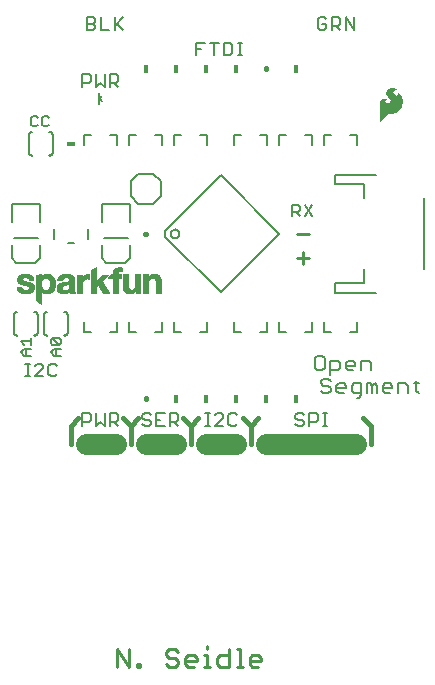
<source format=gto>
G75*
G70*
%OFA0B0*%
%FSLAX24Y24*%
%IPPOS*%
%LPD*%
%AMOC8*
5,1,8,0,0,1.08239X$1,22.5*
%
%ADD10C,0.0080*%
%ADD11C,0.0110*%
%ADD12C,0.0070*%
%ADD13C,0.0060*%
%ADD14C,0.0700*%
%ADD15C,0.0150*%
%ADD16C,0.0010*%
%ADD17R,0.0160X0.0280*%
%ADD18C,0.0160*%
%ADD19C,0.0050*%
%ADD20R,0.0280X0.0160*%
D10*
X013223Y008423D02*
X013223Y008844D01*
X013434Y008844D01*
X013504Y008774D01*
X013504Y008634D01*
X013434Y008563D01*
X013223Y008563D01*
X013684Y008423D02*
X013824Y008563D01*
X013964Y008423D01*
X013964Y008844D01*
X014144Y008844D02*
X014354Y008844D01*
X014424Y008774D01*
X014424Y008634D01*
X014354Y008563D01*
X014144Y008563D01*
X014144Y008423D02*
X014144Y008844D01*
X014284Y008563D02*
X014424Y008423D01*
X013684Y008423D02*
X013684Y008844D01*
X015223Y008774D02*
X015223Y008704D01*
X015293Y008634D01*
X015434Y008634D01*
X015504Y008563D01*
X015504Y008493D01*
X015434Y008423D01*
X015293Y008423D01*
X015223Y008493D01*
X015223Y008774D02*
X015293Y008844D01*
X015434Y008844D01*
X015504Y008774D01*
X015684Y008844D02*
X015684Y008423D01*
X015964Y008423D01*
X016144Y008423D02*
X016144Y008844D01*
X016354Y008844D01*
X016424Y008774D01*
X016424Y008634D01*
X016354Y008563D01*
X016144Y008563D01*
X016284Y008563D02*
X016424Y008423D01*
X015964Y008844D02*
X015684Y008844D01*
X015684Y008634D02*
X015824Y008634D01*
X017323Y008844D02*
X017463Y008844D01*
X017393Y008844D02*
X017393Y008423D01*
X017323Y008423D02*
X017463Y008423D01*
X017630Y008423D02*
X017910Y008704D01*
X017910Y008774D01*
X017840Y008844D01*
X017700Y008844D01*
X017630Y008774D01*
X018091Y008774D02*
X018091Y008493D01*
X018161Y008423D01*
X018301Y008423D01*
X018371Y008493D01*
X018371Y008774D02*
X018301Y008844D01*
X018161Y008844D01*
X018091Y008774D01*
X017910Y008423D02*
X017630Y008423D01*
X020323Y008493D02*
X020393Y008423D01*
X020534Y008423D01*
X020604Y008493D01*
X020604Y008563D01*
X020534Y008634D01*
X020393Y008634D01*
X020323Y008704D01*
X020323Y008774D01*
X020393Y008844D01*
X020534Y008844D01*
X020604Y008774D01*
X020784Y008844D02*
X020994Y008844D01*
X021064Y008774D01*
X021064Y008634D01*
X020994Y008563D01*
X020784Y008563D01*
X020784Y008423D02*
X020784Y008844D01*
X021244Y008844D02*
X021384Y008844D01*
X021314Y008844D02*
X021314Y008423D01*
X021244Y008423D02*
X021384Y008423D01*
X022365Y009363D02*
X022445Y009363D01*
X022525Y009443D01*
X022525Y009844D01*
X022285Y009844D01*
X022205Y009764D01*
X022205Y009603D01*
X022285Y009523D01*
X022525Y009523D01*
X022720Y009523D02*
X022720Y009844D01*
X022800Y009844D01*
X022880Y009764D01*
X022960Y009844D01*
X023041Y009764D01*
X023041Y009523D01*
X022880Y009523D02*
X022880Y009764D01*
X023236Y009764D02*
X023236Y009603D01*
X023316Y009523D01*
X023476Y009523D01*
X023556Y009683D02*
X023236Y009683D01*
X023236Y009764D02*
X023316Y009844D01*
X023476Y009844D01*
X023556Y009764D01*
X023556Y009683D01*
X023752Y009523D02*
X023752Y009844D01*
X023992Y009844D01*
X024072Y009764D01*
X024072Y009523D01*
X024347Y009603D02*
X024347Y009924D01*
X024267Y009844D02*
X024427Y009844D01*
X024347Y009603D02*
X024427Y009523D01*
X022841Y010273D02*
X022841Y010514D01*
X022760Y010594D01*
X022520Y010594D01*
X022520Y010273D01*
X022325Y010433D02*
X022005Y010433D01*
X022005Y010353D02*
X022005Y010514D01*
X022085Y010594D01*
X022245Y010594D01*
X022325Y010514D01*
X022325Y010433D01*
X022245Y010273D02*
X022085Y010273D01*
X022005Y010353D01*
X021809Y010353D02*
X021809Y010514D01*
X021729Y010594D01*
X021489Y010594D01*
X021489Y010113D01*
X021414Y010004D02*
X021253Y010004D01*
X021173Y009924D01*
X021173Y009844D01*
X021253Y009764D01*
X021414Y009764D01*
X021494Y009683D01*
X021494Y009603D01*
X021414Y009523D01*
X021253Y009523D01*
X021173Y009603D01*
X021494Y009924D02*
X021414Y010004D01*
X021489Y010273D02*
X021729Y010273D01*
X021809Y010353D01*
X021294Y010353D02*
X021294Y010674D01*
X021214Y010754D01*
X021053Y010754D01*
X020973Y010674D01*
X020973Y010353D01*
X021053Y010273D01*
X021214Y010273D01*
X021294Y010353D01*
X021769Y009844D02*
X021929Y009844D01*
X022009Y009764D01*
X022009Y009683D01*
X021689Y009683D01*
X021689Y009603D02*
X021689Y009764D01*
X021769Y009844D01*
X021689Y009603D02*
X021769Y009523D01*
X021929Y009523D01*
X022148Y011558D02*
X022385Y011558D01*
X022385Y011873D01*
X021518Y011558D02*
X021282Y011558D01*
X021282Y011873D01*
X020885Y011873D02*
X020885Y011558D01*
X020648Y011558D01*
X020018Y011558D02*
X019782Y011558D01*
X019782Y011873D01*
X019385Y011873D02*
X019385Y011558D01*
X019148Y011558D01*
X018518Y011558D02*
X018282Y011558D01*
X018282Y011873D01*
X017385Y011873D02*
X017385Y011558D01*
X017148Y011558D01*
X016518Y011558D02*
X016282Y011558D01*
X016282Y011873D01*
X015885Y011873D02*
X015885Y011558D01*
X015648Y011558D01*
X015018Y011558D02*
X014782Y011558D01*
X014782Y011873D01*
X014385Y011873D02*
X014385Y011558D01*
X014148Y011558D01*
X013518Y011558D02*
X013282Y011558D01*
X013282Y011873D01*
X012727Y012148D02*
X012727Y011518D01*
X012722Y011502D01*
X012714Y011486D01*
X012704Y011472D01*
X012692Y011460D01*
X012677Y011450D01*
X012661Y011443D01*
X012644Y011439D01*
X012627Y011438D01*
X012609Y011440D01*
X012058Y011440D02*
X012038Y011438D01*
X012019Y011440D01*
X012000Y011446D01*
X011983Y011455D01*
X011967Y011467D01*
X011955Y011482D01*
X011946Y011500D01*
X011940Y011518D01*
X011940Y012148D01*
X011940Y012149D02*
X011946Y012167D01*
X011955Y012185D01*
X011967Y012200D01*
X011983Y012212D01*
X012000Y012221D01*
X012019Y012227D01*
X012038Y012229D01*
X012058Y012227D01*
X011727Y012148D02*
X011727Y011518D01*
X011722Y011502D01*
X011714Y011486D01*
X011704Y011472D01*
X011692Y011460D01*
X011677Y011450D01*
X011661Y011443D01*
X011644Y011439D01*
X011627Y011438D01*
X011609Y011440D01*
X011058Y011440D02*
X011038Y011438D01*
X011019Y011440D01*
X011000Y011446D01*
X010983Y011455D01*
X010967Y011467D01*
X010955Y011482D01*
X010946Y011500D01*
X010940Y011518D01*
X010940Y012148D01*
X010940Y012149D02*
X010946Y012167D01*
X010955Y012185D01*
X010967Y012200D01*
X010983Y012212D01*
X011000Y012221D01*
X011019Y012227D01*
X011038Y012229D01*
X011058Y012227D01*
X011609Y012227D02*
X011627Y012229D01*
X011644Y012228D01*
X011661Y012224D01*
X011677Y012217D01*
X011692Y012207D01*
X011704Y012195D01*
X011714Y012181D01*
X011722Y012165D01*
X011727Y012149D01*
X012609Y012227D02*
X012627Y012229D01*
X012644Y012228D01*
X012661Y012224D01*
X012677Y012217D01*
X012692Y012207D01*
X012704Y012195D01*
X012714Y012181D01*
X012722Y012165D01*
X012727Y012149D01*
X012301Y010494D02*
X012161Y010494D01*
X012091Y010424D01*
X012091Y010143D01*
X012161Y010073D01*
X012301Y010073D01*
X012371Y010143D01*
X011910Y010073D02*
X011630Y010073D01*
X011910Y010354D01*
X011910Y010424D01*
X011840Y010494D01*
X011700Y010494D01*
X011630Y010424D01*
X011463Y010494D02*
X011323Y010494D01*
X011393Y010494D02*
X011393Y010073D01*
X011323Y010073D02*
X011463Y010073D01*
X012301Y010494D02*
X012371Y010424D01*
X011648Y013849D02*
X011018Y013849D01*
X010861Y014007D01*
X010861Y014440D01*
X011806Y014440D02*
X011806Y014007D01*
X011648Y013849D01*
X012728Y014514D02*
X012939Y014514D01*
X013393Y014664D02*
X013393Y015002D01*
X013861Y015227D02*
X013861Y015818D01*
X014806Y015818D01*
X014806Y015227D01*
X015083Y015833D02*
X015583Y015833D01*
X015833Y016083D01*
X015833Y016583D01*
X015583Y016833D01*
X015083Y016833D01*
X014833Y016583D01*
X014833Y016083D01*
X015083Y015833D01*
X014806Y014440D02*
X014806Y014007D01*
X014648Y013849D01*
X014018Y013849D01*
X013861Y014007D01*
X013861Y014440D01*
X012273Y014664D02*
X012273Y015002D01*
X011806Y015227D02*
X011806Y015818D01*
X010861Y015818D01*
X010861Y015227D01*
X011440Y017518D02*
X011440Y018148D01*
X011440Y018149D02*
X011446Y018167D01*
X011455Y018185D01*
X011467Y018200D01*
X011483Y018212D01*
X011500Y018221D01*
X011519Y018227D01*
X011538Y018229D01*
X011558Y018227D01*
X012109Y018227D02*
X012127Y018229D01*
X012144Y018228D01*
X012161Y018224D01*
X012177Y018217D01*
X012192Y018207D01*
X012204Y018195D01*
X012214Y018181D01*
X012222Y018165D01*
X012227Y018149D01*
X012227Y018148D02*
X012227Y017518D01*
X012222Y017502D01*
X012214Y017486D01*
X012204Y017472D01*
X012192Y017460D01*
X012177Y017450D01*
X012161Y017443D01*
X012144Y017439D01*
X012127Y017438D01*
X012109Y017440D01*
X011558Y017440D02*
X011538Y017438D01*
X011519Y017440D01*
X011500Y017446D01*
X011483Y017455D01*
X011467Y017467D01*
X011455Y017482D01*
X011446Y017500D01*
X011440Y017518D01*
X013282Y017794D02*
X013282Y018109D01*
X013518Y018109D01*
X014148Y018109D02*
X014385Y018109D01*
X014385Y017794D01*
X014782Y017794D02*
X014782Y018109D01*
X015018Y018109D01*
X015648Y018109D02*
X015885Y018109D01*
X015885Y017794D01*
X016282Y017794D02*
X016282Y018109D01*
X016518Y018109D01*
X017148Y018109D02*
X017385Y018109D01*
X017385Y017794D01*
X018282Y017794D02*
X018282Y018109D01*
X018518Y018109D01*
X019148Y018109D02*
X019385Y018109D01*
X019385Y017794D01*
X019782Y017794D02*
X019782Y018109D01*
X020018Y018109D01*
X020648Y018109D02*
X020885Y018109D01*
X020885Y017794D01*
X021282Y017794D02*
X021282Y018109D01*
X021518Y018109D01*
X022148Y018109D02*
X022385Y018109D01*
X022385Y017794D01*
X023018Y016798D02*
X021640Y016798D01*
X021640Y016483D01*
X022625Y016483D01*
X022625Y016010D01*
X024593Y016010D02*
X024593Y013648D01*
X023018Y012861D02*
X021640Y012861D01*
X021640Y013176D01*
X022625Y013176D01*
X022625Y013648D01*
X013888Y019247D02*
X013772Y019323D01*
X013766Y019333D02*
X013888Y019425D01*
X013766Y019514D02*
X013766Y019333D01*
X013766Y019152D01*
X013684Y019723D02*
X013824Y019863D01*
X013964Y019723D01*
X013964Y020144D01*
X014144Y020144D02*
X014354Y020144D01*
X014424Y020074D01*
X014424Y019934D01*
X014354Y019863D01*
X014144Y019863D01*
X014144Y019723D02*
X014144Y020144D01*
X013684Y020144D02*
X013684Y019723D01*
X013504Y019934D02*
X013434Y019863D01*
X013223Y019863D01*
X013223Y019723D02*
X013223Y020144D01*
X013434Y020144D01*
X013504Y020074D01*
X013504Y019934D01*
X014284Y019863D02*
X014424Y019723D01*
X017023Y020773D02*
X017023Y021194D01*
X017304Y021194D01*
X017484Y021194D02*
X017764Y021194D01*
X017624Y021194D02*
X017624Y020773D01*
X017944Y020773D02*
X018154Y020773D01*
X018224Y020843D01*
X018224Y021124D01*
X018154Y021194D01*
X017944Y021194D01*
X017944Y020773D01*
X018405Y020773D02*
X018545Y020773D01*
X018475Y020773D02*
X018475Y021194D01*
X018405Y021194D02*
X018545Y021194D01*
X017163Y020984D02*
X017023Y020984D01*
X014574Y021623D02*
X014364Y021834D01*
X014294Y021763D02*
X014574Y022044D01*
X014294Y022044D02*
X014294Y021623D01*
X014114Y021623D02*
X013834Y021623D01*
X013834Y022044D01*
X013654Y021974D02*
X013654Y021904D01*
X013584Y021834D01*
X013373Y021834D01*
X013373Y022044D02*
X013584Y022044D01*
X013654Y021974D01*
X013584Y021834D02*
X013654Y021763D01*
X013654Y021693D01*
X013584Y021623D01*
X013373Y021623D01*
X013373Y022044D01*
X021073Y021974D02*
X021073Y021693D01*
X021143Y021623D01*
X021284Y021623D01*
X021354Y021693D01*
X021354Y021834D01*
X021213Y021834D01*
X021073Y021974D02*
X021143Y022044D01*
X021284Y022044D01*
X021354Y021974D01*
X021534Y022044D02*
X021534Y021623D01*
X021534Y021763D02*
X021744Y021763D01*
X021814Y021834D01*
X021814Y021974D01*
X021744Y022044D01*
X021534Y022044D01*
X021674Y021763D02*
X021814Y021623D01*
X021994Y021623D02*
X021994Y022044D01*
X022274Y021623D01*
X022274Y022044D01*
D11*
X020782Y014834D02*
X020388Y014834D01*
X020585Y014230D02*
X020585Y013837D01*
X020388Y014034D02*
X020782Y014034D01*
X018461Y000979D02*
X018461Y000388D01*
X018363Y000388D02*
X018560Y000388D01*
X018793Y000487D02*
X018891Y000388D01*
X019088Y000388D01*
X019186Y000585D02*
X018793Y000585D01*
X018793Y000487D02*
X018793Y000684D01*
X018891Y000782D01*
X019088Y000782D01*
X019186Y000684D01*
X019186Y000585D01*
X018461Y000979D02*
X018363Y000979D01*
X018112Y000979D02*
X018112Y000388D01*
X017817Y000388D01*
X017719Y000487D01*
X017719Y000684D01*
X017817Y000782D01*
X018112Y000782D01*
X017387Y000782D02*
X017387Y000388D01*
X017289Y000388D02*
X017486Y000388D01*
X017038Y000585D02*
X016644Y000585D01*
X016644Y000487D02*
X016644Y000684D01*
X016743Y000782D01*
X016940Y000782D01*
X017038Y000684D01*
X017038Y000585D01*
X016940Y000388D02*
X016743Y000388D01*
X016644Y000487D01*
X016393Y000487D02*
X016295Y000388D01*
X016098Y000388D01*
X016000Y000487D01*
X016098Y000684D02*
X016295Y000684D01*
X016393Y000585D01*
X016393Y000487D01*
X016098Y000684D02*
X016000Y000782D01*
X016000Y000880D01*
X016098Y000979D01*
X016295Y000979D01*
X016393Y000880D01*
X017289Y000782D02*
X017387Y000782D01*
X017387Y000979D02*
X017387Y001077D01*
X015131Y000487D02*
X015131Y000388D01*
X015033Y000388D01*
X015033Y000487D01*
X015131Y000487D01*
X014782Y000388D02*
X014782Y000979D01*
X014388Y000979D02*
X014782Y000388D01*
X014388Y000388D02*
X014388Y000979D01*
D12*
X020218Y015418D02*
X020218Y015799D01*
X020408Y015799D01*
X020472Y015735D01*
X020472Y015608D01*
X020408Y015545D01*
X020218Y015545D01*
X020345Y015545D02*
X020472Y015418D01*
X020633Y015418D02*
X020886Y015799D01*
X020633Y015799D02*
X020886Y015418D01*
D13*
X019785Y014833D02*
X017833Y012882D01*
X015981Y014735D01*
X015981Y014932D01*
X017833Y016785D01*
X019785Y014833D01*
X016165Y014833D02*
X016167Y014856D01*
X016173Y014879D01*
X016182Y014900D01*
X016195Y014920D01*
X016211Y014937D01*
X016229Y014951D01*
X016249Y014962D01*
X016271Y014970D01*
X016294Y014974D01*
X016318Y014974D01*
X016341Y014970D01*
X016363Y014962D01*
X016383Y014951D01*
X016401Y014937D01*
X016417Y014920D01*
X016430Y014900D01*
X016439Y014879D01*
X016445Y014856D01*
X016447Y014833D01*
X016445Y014810D01*
X016439Y014787D01*
X016430Y014766D01*
X016417Y014746D01*
X016401Y014729D01*
X016383Y014715D01*
X016363Y014704D01*
X016341Y014696D01*
X016318Y014692D01*
X016294Y014692D01*
X016271Y014696D01*
X016249Y014704D01*
X016229Y014715D01*
X016211Y014729D01*
X016195Y014746D01*
X016182Y014766D01*
X016173Y014787D01*
X016167Y014810D01*
X016165Y014833D01*
X012109Y018470D02*
X012052Y018413D01*
X011938Y018413D01*
X011882Y018470D01*
X011882Y018697D01*
X011938Y018754D01*
X012052Y018754D01*
X012109Y018697D01*
X011740Y018697D02*
X011683Y018754D01*
X011570Y018754D01*
X011513Y018697D01*
X011513Y018470D01*
X011570Y018413D01*
X011683Y018413D01*
X011740Y018470D01*
X011503Y011359D02*
X011503Y011132D01*
X011503Y011245D02*
X011163Y011245D01*
X011276Y011132D01*
X011276Y010990D02*
X011503Y010990D01*
X011333Y010990D02*
X011333Y010763D01*
X011276Y010763D02*
X011163Y010877D01*
X011276Y010990D01*
X011276Y010763D02*
X011503Y010763D01*
X012163Y010877D02*
X012276Y010990D01*
X012503Y010990D01*
X012447Y011132D02*
X012220Y011359D01*
X012447Y011359D01*
X012503Y011302D01*
X012503Y011188D01*
X012447Y011132D01*
X012220Y011132D01*
X012163Y011188D01*
X012163Y011302D01*
X012220Y011359D01*
X012333Y010990D02*
X012333Y010763D01*
X012276Y010763D02*
X012163Y010877D01*
X012276Y010763D02*
X012503Y010763D01*
D14*
X013333Y007833D02*
X014333Y007833D01*
X015333Y007833D02*
X016333Y007833D01*
X017333Y007833D02*
X018333Y007833D01*
X019333Y007833D02*
X022333Y007833D01*
D15*
X012833Y007833D02*
X012833Y008433D01*
X013083Y008683D01*
X014583Y008683D02*
X014833Y008433D01*
X015083Y008683D01*
X014833Y008433D02*
X014833Y007833D01*
X016583Y008683D02*
X016833Y008433D01*
X017083Y008683D01*
X016833Y008433D02*
X016833Y007833D01*
X018583Y008683D02*
X018833Y008433D01*
X019083Y008683D01*
X018833Y008433D02*
X018833Y007833D01*
X022583Y008683D02*
X022833Y008433D01*
X022833Y007833D01*
D16*
X015437Y013411D02*
X015426Y013396D01*
X015437Y013411D01*
X015453Y013430D01*
X015471Y013446D01*
X015507Y013469D01*
X015546Y013483D01*
X015587Y013489D01*
X015666Y013487D01*
X015705Y013479D01*
X015740Y013463D01*
X015771Y013438D01*
X015791Y013416D01*
X015806Y013390D01*
X015816Y013362D01*
X015826Y013319D01*
X015829Y013274D01*
X015829Y012859D01*
X015668Y012859D01*
X015668Y013239D01*
X015666Y013268D01*
X015658Y013296D01*
X015645Y013322D01*
X015633Y013338D01*
X015617Y013351D01*
X015599Y013360D01*
X015587Y013364D01*
X015573Y013364D01*
X015529Y013362D01*
X015507Y013359D01*
X015485Y013350D01*
X015466Y013337D01*
X015252Y013337D01*
X015252Y013329D02*
X015459Y013329D01*
X015466Y013337D02*
X015445Y013314D01*
X015430Y013286D01*
X015252Y013286D01*
X015252Y013278D02*
X015428Y013278D01*
X015430Y013286D02*
X015422Y013256D01*
X015418Y013224D01*
X015418Y012855D01*
X015252Y012855D01*
X015252Y013474D01*
X015411Y013474D01*
X015411Y013387D01*
X015414Y013387D01*
X015418Y013388D01*
X015421Y013390D01*
X015426Y013396D01*
X015427Y013397D02*
X015802Y013397D01*
X015806Y013388D02*
X015418Y013388D01*
X015414Y013387D02*
X015411Y013387D01*
X015411Y013474D01*
X015252Y013474D01*
X015252Y012855D01*
X015418Y012855D01*
X015418Y013197D01*
X015418Y013193D02*
X015252Y013193D01*
X015252Y013201D02*
X015418Y013201D01*
X015418Y013210D02*
X015252Y013210D01*
X015252Y013218D02*
X015418Y013218D01*
X015419Y013227D02*
X015252Y013227D01*
X015252Y013235D02*
X015419Y013235D01*
X015420Y013244D02*
X015252Y013244D01*
X015252Y013252D02*
X015421Y013252D01*
X015423Y013261D02*
X015252Y013261D01*
X015252Y013269D02*
X015425Y013269D01*
X015435Y013295D02*
X015252Y013295D01*
X015252Y013303D02*
X015439Y013303D01*
X015444Y013312D02*
X015252Y013312D01*
X015252Y013320D02*
X015451Y013320D01*
X015479Y013346D02*
X015252Y013346D01*
X015252Y013354D02*
X015495Y013354D01*
X015539Y013363D02*
X015252Y013363D01*
X015252Y013371D02*
X015813Y013371D01*
X015816Y013363D02*
X015590Y013363D01*
X015611Y013354D02*
X015818Y013354D01*
X015820Y013346D02*
X015624Y013346D01*
X015634Y013337D02*
X015822Y013337D01*
X015824Y013329D02*
X015640Y013329D01*
X015646Y013320D02*
X015825Y013320D01*
X015826Y013312D02*
X015650Y013312D01*
X015816Y013362D02*
X015809Y013383D01*
X015799Y013403D01*
X015786Y013422D01*
X015771Y013438D01*
X015770Y013439D02*
X015464Y013439D01*
X015454Y013431D02*
X015778Y013431D01*
X015785Y013422D02*
X015447Y013422D01*
X015439Y013414D02*
X015792Y013414D01*
X015797Y013405D02*
X015433Y013405D01*
X015421Y013390D02*
X015418Y013388D01*
X015414Y013387D01*
X015411Y013388D02*
X015252Y013388D01*
X015252Y013380D02*
X015810Y013380D01*
X015827Y013303D02*
X015655Y013303D01*
X015658Y013295D02*
X015828Y013295D01*
X015828Y013286D02*
X015661Y013286D01*
X015663Y013278D02*
X015829Y013278D01*
X015829Y013274D02*
X015829Y012859D01*
X015668Y012859D01*
X015668Y013239D01*
X015668Y013235D02*
X015829Y013235D01*
X015829Y013227D02*
X015668Y013227D01*
X015668Y013218D02*
X015829Y013218D01*
X015829Y013210D02*
X015668Y013210D01*
X015668Y013201D02*
X015829Y013201D01*
X015829Y013193D02*
X015668Y013193D01*
X015668Y013184D02*
X015829Y013184D01*
X015829Y013176D02*
X015668Y013176D01*
X015668Y013167D02*
X015829Y013167D01*
X015829Y013159D02*
X015668Y013159D01*
X015668Y013150D02*
X015829Y013150D01*
X015829Y013142D02*
X015668Y013142D01*
X015668Y013133D02*
X015829Y013133D01*
X015829Y013125D02*
X015668Y013125D01*
X015668Y013116D02*
X015829Y013116D01*
X015829Y013108D02*
X015668Y013108D01*
X015668Y013099D02*
X015829Y013099D01*
X015829Y013091D02*
X015668Y013091D01*
X015668Y013082D02*
X015829Y013082D01*
X015829Y013074D02*
X015668Y013074D01*
X015668Y013065D02*
X015829Y013065D01*
X015829Y013057D02*
X015668Y013057D01*
X015668Y013048D02*
X015829Y013048D01*
X015829Y013040D02*
X015668Y013040D01*
X015668Y013031D02*
X015829Y013031D01*
X015829Y013023D02*
X015668Y013023D01*
X015668Y013014D02*
X015829Y013014D01*
X015829Y013006D02*
X015668Y013006D01*
X015668Y012997D02*
X015829Y012997D01*
X015829Y012989D02*
X015668Y012989D01*
X015668Y012980D02*
X015829Y012980D01*
X015829Y012972D02*
X015668Y012972D01*
X015668Y012963D02*
X015829Y012963D01*
X015829Y012955D02*
X015668Y012955D01*
X015668Y012946D02*
X015829Y012946D01*
X015829Y012938D02*
X015668Y012938D01*
X015668Y012929D02*
X015829Y012929D01*
X015829Y012921D02*
X015668Y012921D01*
X015668Y012912D02*
X015829Y012912D01*
X015829Y012904D02*
X015668Y012904D01*
X015668Y012895D02*
X015829Y012895D01*
X015829Y012887D02*
X015668Y012887D01*
X015668Y012878D02*
X015829Y012878D01*
X015829Y012870D02*
X015668Y012870D01*
X015668Y012861D02*
X015829Y012861D01*
X015666Y013488D02*
X015627Y013490D01*
X015587Y013489D01*
X015542Y013482D02*
X015693Y013482D01*
X015718Y013473D02*
X015519Y013473D01*
X015501Y013465D02*
X015736Y013465D01*
X015748Y013456D02*
X015487Y013456D01*
X015474Y013448D02*
X015759Y013448D01*
X015771Y013438D02*
X015754Y013454D01*
X015734Y013467D01*
X015712Y013477D01*
X015690Y013483D01*
X015667Y013487D01*
X015471Y013446D02*
X015453Y013430D01*
X015437Y013411D01*
X015411Y013414D02*
X015252Y013414D01*
X015252Y013422D02*
X015411Y013422D01*
X015411Y013431D02*
X015252Y013431D01*
X015252Y013439D02*
X015411Y013439D01*
X015411Y013448D02*
X015252Y013448D01*
X015252Y013456D02*
X015411Y013456D01*
X015411Y013465D02*
X015252Y013465D01*
X015252Y013473D02*
X015411Y013473D01*
X015427Y013396D02*
X015422Y013390D01*
X015411Y013397D02*
X015252Y013397D01*
X015252Y013405D02*
X015411Y013405D01*
X015817Y013363D02*
X015824Y013334D01*
X015828Y013304D01*
X015830Y013274D01*
X015829Y013269D02*
X015665Y013269D01*
X015666Y013261D02*
X015829Y013261D01*
X015829Y013252D02*
X015667Y013252D01*
X015668Y013244D02*
X015829Y013244D01*
X015430Y013286D02*
X015424Y013266D01*
X015420Y013245D01*
X015418Y013224D01*
X015418Y013184D02*
X015252Y013184D01*
X015252Y013176D02*
X015418Y013176D01*
X015418Y013167D02*
X015252Y013167D01*
X015252Y013159D02*
X015418Y013159D01*
X015418Y013150D02*
X015252Y013150D01*
X015252Y013142D02*
X015418Y013142D01*
X015418Y013133D02*
X015252Y013133D01*
X015252Y013125D02*
X015418Y013125D01*
X015418Y013116D02*
X015252Y013116D01*
X015252Y013108D02*
X015418Y013108D01*
X015418Y013099D02*
X015252Y013099D01*
X015252Y013091D02*
X015418Y013091D01*
X015418Y013082D02*
X015252Y013082D01*
X015252Y013074D02*
X015418Y013074D01*
X015418Y013065D02*
X015252Y013065D01*
X015252Y013057D02*
X015418Y013057D01*
X015418Y013048D02*
X015252Y013048D01*
X015252Y013040D02*
X015418Y013040D01*
X015418Y013031D02*
X015252Y013031D01*
X015252Y013023D02*
X015418Y013023D01*
X015418Y013014D02*
X015252Y013014D01*
X015252Y013006D02*
X015418Y013006D01*
X015418Y012997D02*
X015252Y012997D01*
X015252Y012989D02*
X015418Y012989D01*
X015418Y012980D02*
X015252Y012980D01*
X015252Y012972D02*
X015418Y012972D01*
X015418Y012963D02*
X015252Y012963D01*
X015252Y012955D02*
X015418Y012955D01*
X015418Y012946D02*
X015252Y012946D01*
X015252Y012938D02*
X015418Y012938D01*
X015418Y012929D02*
X015252Y012929D01*
X015252Y012921D02*
X015418Y012921D01*
X015418Y012912D02*
X015252Y012912D01*
X015252Y012904D02*
X015418Y012904D01*
X015418Y012895D02*
X015252Y012895D01*
X015252Y012887D02*
X015418Y012887D01*
X015418Y012878D02*
X015252Y012878D01*
X015252Y012870D02*
X015418Y012870D01*
X015418Y012861D02*
X015252Y012861D01*
X015154Y012861D02*
X014996Y012861D01*
X014996Y012858D02*
X015154Y012858D01*
X015154Y013473D01*
X014988Y013473D01*
X014988Y013146D01*
X014985Y013097D01*
X014976Y013049D01*
X014968Y013027D01*
X014954Y013007D01*
X014936Y012990D01*
X014915Y012978D01*
X014887Y012970D01*
X014858Y012967D01*
X014828Y012970D01*
X014800Y012979D01*
X014784Y012989D01*
X014584Y012989D01*
X014582Y012997D02*
X014774Y012997D01*
X014770Y013001D02*
X014758Y013016D01*
X014744Y013048D01*
X014576Y013048D01*
X014575Y013050D02*
X014579Y013007D01*
X014591Y012965D01*
X014610Y012926D01*
X014636Y012891D01*
X014646Y012882D01*
X014682Y012862D01*
X014721Y012848D01*
X014761Y012842D01*
X014820Y012844D01*
X014878Y012852D01*
X014889Y012856D01*
X014898Y012860D01*
X014935Y012886D01*
X014968Y012917D01*
X014995Y012952D01*
X014996Y012952D01*
X014996Y012858D01*
X014996Y012870D02*
X015154Y012870D01*
X015154Y012878D02*
X014996Y012878D01*
X014996Y012887D02*
X015154Y012887D01*
X015154Y012895D02*
X014996Y012895D01*
X014996Y012904D02*
X015154Y012904D01*
X015154Y012912D02*
X014996Y012912D01*
X014996Y012921D02*
X015154Y012921D01*
X015154Y012929D02*
X014996Y012929D01*
X014996Y012938D02*
X015154Y012938D01*
X015154Y012946D02*
X014996Y012946D01*
X014991Y012946D02*
X014600Y012946D01*
X014605Y012938D02*
X014984Y012938D01*
X014977Y012929D02*
X014609Y012929D01*
X014614Y012921D02*
X014970Y012921D01*
X014962Y012912D02*
X014621Y012912D01*
X014627Y012904D02*
X014953Y012904D01*
X014944Y012895D02*
X014633Y012895D01*
X014641Y012887D02*
X014935Y012887D01*
X014924Y012878D02*
X014653Y012878D01*
X014668Y012870D02*
X014912Y012870D01*
X014900Y012861D02*
X014683Y012861D01*
X014707Y012853D02*
X014880Y012853D01*
X014825Y012844D02*
X014748Y012844D01*
X014799Y012980D02*
X014587Y012980D01*
X014589Y012972D02*
X014824Y012972D01*
X014784Y012989D02*
X014770Y013001D01*
X014766Y013006D02*
X014580Y013006D01*
X014579Y013014D02*
X014760Y013014D01*
X014755Y013023D02*
X014578Y013023D01*
X014577Y013031D02*
X014752Y013031D01*
X014748Y013040D02*
X014576Y013040D01*
X014575Y013050D02*
X014575Y013475D01*
X014738Y013475D01*
X014738Y013081D01*
X014744Y013048D01*
X014743Y013057D02*
X014575Y013057D01*
X014575Y013065D02*
X014741Y013065D01*
X014740Y013074D02*
X014575Y013074D01*
X014575Y013082D02*
X014738Y013082D01*
X014738Y013091D02*
X014575Y013091D01*
X014575Y013099D02*
X014738Y013099D01*
X014738Y013108D02*
X014575Y013108D01*
X014575Y013116D02*
X014738Y013116D01*
X014738Y013125D02*
X014575Y013125D01*
X014575Y013133D02*
X014738Y013133D01*
X014738Y013142D02*
X014575Y013142D01*
X014575Y013150D02*
X014738Y013150D01*
X014738Y013159D02*
X014575Y013159D01*
X014575Y013167D02*
X014738Y013167D01*
X014738Y013176D02*
X014575Y013176D01*
X014575Y013184D02*
X014738Y013184D01*
X014738Y013193D02*
X014575Y013193D01*
X014575Y013201D02*
X014738Y013201D01*
X014738Y013210D02*
X014575Y013210D01*
X014575Y013218D02*
X014738Y013218D01*
X014738Y013227D02*
X014575Y013227D01*
X014575Y013235D02*
X014738Y013235D01*
X014738Y013244D02*
X014575Y013244D01*
X014575Y013252D02*
X014738Y013252D01*
X014738Y013261D02*
X014575Y013261D01*
X014575Y013269D02*
X014738Y013269D01*
X014738Y013278D02*
X014575Y013278D01*
X014575Y013286D02*
X014738Y013286D01*
X014738Y013295D02*
X014575Y013295D01*
X014575Y013303D02*
X014738Y013303D01*
X014738Y013312D02*
X014575Y013312D01*
X014575Y013320D02*
X014738Y013320D01*
X014738Y013329D02*
X014575Y013329D01*
X014575Y013337D02*
X014738Y013337D01*
X014738Y013346D02*
X014575Y013346D01*
X014575Y013354D02*
X014738Y013354D01*
X014738Y013363D02*
X014575Y013363D01*
X014575Y013371D02*
X014738Y013371D01*
X014738Y013380D02*
X014575Y013380D01*
X014575Y013388D02*
X014738Y013388D01*
X014738Y013397D02*
X014575Y013397D01*
X014575Y013405D02*
X014738Y013405D01*
X014738Y013414D02*
X014575Y013414D01*
X014575Y013422D02*
X014738Y013422D01*
X014738Y013431D02*
X014575Y013431D01*
X014575Y013439D02*
X014738Y013439D01*
X014738Y013448D02*
X014575Y013448D01*
X014575Y013456D02*
X014738Y013456D01*
X014738Y013465D02*
X014575Y013465D01*
X014575Y013473D02*
X014738Y013473D01*
X014517Y013473D02*
X014183Y013473D01*
X014237Y013473D01*
X014237Y013491D01*
X014244Y013575D01*
X014418Y013575D01*
X014418Y013576D02*
X014410Y013565D01*
X014403Y013547D01*
X014400Y013528D01*
X014400Y013473D01*
X014517Y013473D01*
X014517Y013368D01*
X014399Y013368D01*
X014399Y012855D01*
X014235Y012855D01*
X014235Y013367D01*
X014078Y013368D01*
X014183Y013473D01*
X014175Y013465D02*
X014517Y013465D01*
X014517Y013456D02*
X014166Y013456D01*
X014158Y013448D02*
X014517Y013448D01*
X014517Y013439D02*
X014149Y013439D01*
X014141Y013431D02*
X014517Y013431D01*
X014517Y013422D02*
X014132Y013422D01*
X014124Y013414D02*
X014517Y013414D01*
X014517Y013405D02*
X014115Y013405D01*
X014107Y013397D02*
X014517Y013397D01*
X014517Y013388D02*
X014098Y013388D01*
X014090Y013380D02*
X014517Y013380D01*
X014517Y013371D02*
X014081Y013371D01*
X014036Y013422D02*
X013853Y013422D01*
X013845Y013414D02*
X014027Y013414D01*
X014019Y013405D02*
X013836Y013405D01*
X013828Y013397D02*
X014010Y013397D01*
X014001Y013388D02*
X013819Y013388D01*
X013811Y013380D02*
X013993Y013380D01*
X013984Y013371D02*
X013802Y013371D01*
X013794Y013363D02*
X013975Y013363D01*
X013967Y013354D02*
X013785Y013354D01*
X013777Y013346D02*
X013958Y013346D01*
X013949Y013337D02*
X013768Y013337D01*
X013760Y013329D02*
X013941Y013329D01*
X013932Y013320D02*
X013751Y013320D01*
X013743Y013312D02*
X013923Y013312D01*
X013914Y013303D02*
X013734Y013303D01*
X013726Y013295D02*
X013906Y013295D01*
X013897Y013286D02*
X013717Y013286D01*
X013709Y013278D02*
X013888Y013278D01*
X013880Y013269D02*
X013700Y013269D01*
X013692Y013261D02*
X013871Y013261D01*
X013862Y013252D02*
X013683Y013252D01*
X013679Y013252D02*
X013516Y013252D01*
X013516Y013244D02*
X013865Y013244D01*
X013860Y013250D02*
X014122Y012857D01*
X013922Y012858D01*
X013754Y013135D01*
X013752Y013138D01*
X013681Y013069D01*
X013681Y012854D01*
X013518Y012854D01*
X013516Y012856D01*
X013516Y013617D01*
X013679Y013710D01*
X013679Y013248D01*
X013903Y013472D01*
X014087Y013472D01*
X013860Y013250D01*
X013870Y013235D02*
X013516Y013235D01*
X013516Y013227D02*
X013876Y013227D01*
X013882Y013218D02*
X013516Y013218D01*
X013516Y013210D02*
X013887Y013210D01*
X013893Y013201D02*
X013516Y013201D01*
X013516Y013193D02*
X013899Y013193D01*
X013904Y013184D02*
X013516Y013184D01*
X013516Y013176D02*
X013910Y013176D01*
X013916Y013167D02*
X013516Y013167D01*
X013516Y013159D02*
X013921Y013159D01*
X013927Y013150D02*
X013516Y013150D01*
X013516Y013142D02*
X013933Y013142D01*
X013938Y013133D02*
X013756Y013133D01*
X013747Y013133D02*
X013516Y013133D01*
X013516Y013125D02*
X013738Y013125D01*
X013730Y013116D02*
X013516Y013116D01*
X013516Y013108D02*
X013721Y013108D01*
X013712Y013099D02*
X013516Y013099D01*
X013516Y013091D02*
X013703Y013091D01*
X013695Y013082D02*
X013516Y013082D01*
X013516Y013074D02*
X013686Y013074D01*
X013681Y013065D02*
X013516Y013065D01*
X013516Y013057D02*
X013681Y013057D01*
X013681Y013048D02*
X013516Y013048D01*
X013516Y013040D02*
X013681Y013040D01*
X013681Y013031D02*
X013516Y013031D01*
X013516Y013023D02*
X013681Y013023D01*
X013681Y013014D02*
X013516Y013014D01*
X013516Y013006D02*
X013681Y013006D01*
X013681Y012997D02*
X013516Y012997D01*
X013516Y012989D02*
X013681Y012989D01*
X013681Y012980D02*
X013516Y012980D01*
X013516Y012972D02*
X013681Y012972D01*
X013681Y012963D02*
X013516Y012963D01*
X013516Y012955D02*
X013681Y012955D01*
X013681Y012946D02*
X013516Y012946D01*
X013516Y012938D02*
X013681Y012938D01*
X013681Y012929D02*
X013516Y012929D01*
X013516Y012921D02*
X013681Y012921D01*
X013681Y012912D02*
X013516Y012912D01*
X013516Y012904D02*
X013681Y012904D01*
X013681Y012895D02*
X013516Y012895D01*
X013516Y012887D02*
X013681Y012887D01*
X013681Y012878D02*
X013516Y012878D01*
X013516Y012870D02*
X013681Y012870D01*
X013681Y012861D02*
X013516Y012861D01*
X013213Y012861D02*
X013049Y012861D01*
X013049Y012859D02*
X013213Y012859D01*
X013213Y013167D01*
X013050Y013167D01*
X013050Y013159D02*
X013213Y013159D01*
X013213Y013167D02*
X013216Y013201D01*
X013224Y013234D01*
X013239Y013266D01*
X013260Y013295D01*
X013287Y013317D01*
X013307Y013328D01*
X013328Y013336D01*
X013350Y013339D01*
X013411Y013339D01*
X013435Y013334D01*
X013441Y013333D01*
X013442Y013333D01*
X013442Y013485D01*
X013388Y013488D01*
X013361Y013485D01*
X013334Y013476D01*
X013310Y013462D01*
X013275Y013439D01*
X013442Y013439D01*
X013442Y013431D02*
X013264Y013431D01*
X013260Y013427D02*
X013275Y013439D01*
X013288Y013448D02*
X013442Y013448D01*
X013442Y013456D02*
X013301Y013456D01*
X013315Y013465D02*
X013442Y013465D01*
X013442Y013473D02*
X013329Y013473D01*
X013351Y013482D02*
X013442Y013482D01*
X013442Y013422D02*
X013256Y013422D01*
X013260Y013427D02*
X013247Y013412D01*
X013220Y013371D01*
X013442Y013371D01*
X013442Y013363D02*
X013215Y013363D01*
X013212Y013359D02*
X013220Y013371D01*
X013226Y013380D02*
X013442Y013380D01*
X013442Y013388D02*
X013232Y013388D01*
X013237Y013397D02*
X013442Y013397D01*
X013442Y013405D02*
X013243Y013405D01*
X013249Y013414D02*
X013442Y013414D01*
X013442Y013354D02*
X013050Y013354D01*
X013050Y013346D02*
X013442Y013346D01*
X013442Y013337D02*
X013421Y013337D01*
X013338Y013337D02*
X013050Y013337D01*
X013050Y013329D02*
X013309Y013329D01*
X013293Y013320D02*
X013050Y013320D01*
X013050Y013312D02*
X013281Y013312D01*
X013271Y013303D02*
X013050Y013303D01*
X013050Y013295D02*
X013261Y013295D01*
X013254Y013286D02*
X013050Y013286D01*
X013050Y013278D02*
X013248Y013278D01*
X013241Y013269D02*
X013050Y013269D01*
X013050Y013261D02*
X013236Y013261D01*
X013232Y013252D02*
X013050Y013252D01*
X013050Y013244D02*
X013229Y013244D01*
X013225Y013235D02*
X013050Y013235D01*
X013050Y013227D02*
X013222Y013227D01*
X013220Y013218D02*
X013050Y013218D01*
X013050Y013210D02*
X013218Y013210D01*
X013216Y013201D02*
X013050Y013201D01*
X013050Y013193D02*
X013216Y013193D01*
X013215Y013184D02*
X013050Y013184D01*
X013050Y013176D02*
X013214Y013176D01*
X013213Y013150D02*
X013050Y013150D01*
X013050Y013142D02*
X013213Y013142D01*
X013213Y013133D02*
X013050Y013133D01*
X013050Y013125D02*
X013213Y013125D01*
X013213Y013116D02*
X013050Y013116D01*
X013050Y013108D02*
X013213Y013108D01*
X013213Y013099D02*
X013050Y013099D01*
X013050Y013091D02*
X013213Y013091D01*
X013213Y013082D02*
X013050Y013082D01*
X013050Y013074D02*
X013213Y013074D01*
X013213Y013065D02*
X013050Y013065D01*
X013050Y013057D02*
X013213Y013057D01*
X013213Y013048D02*
X013050Y013048D01*
X013050Y013040D02*
X013213Y013040D01*
X013213Y013031D02*
X013050Y013031D01*
X013050Y013023D02*
X013213Y013023D01*
X013213Y013014D02*
X013050Y013014D01*
X013050Y013006D02*
X013213Y013006D01*
X013213Y012997D02*
X013050Y012997D01*
X013050Y012989D02*
X013213Y012989D01*
X013213Y012980D02*
X013050Y012980D01*
X013050Y012972D02*
X013213Y012972D01*
X013213Y012963D02*
X013049Y012963D01*
X013049Y012955D02*
X013213Y012955D01*
X013213Y012946D02*
X013049Y012946D01*
X013049Y012938D02*
X013213Y012938D01*
X013213Y012929D02*
X013049Y012929D01*
X013049Y012921D02*
X013213Y012921D01*
X013213Y012912D02*
X013049Y012912D01*
X013049Y012904D02*
X013213Y012904D01*
X013213Y012895D02*
X013049Y012895D01*
X013049Y012887D02*
X013213Y012887D01*
X013213Y012878D02*
X013049Y012878D01*
X013049Y012870D02*
X013213Y012870D01*
X013049Y012859D02*
X013050Y013445D01*
X013202Y013472D01*
X013202Y013359D01*
X013206Y013357D01*
X013212Y013359D01*
X013202Y013363D02*
X013050Y013363D01*
X013050Y013371D02*
X013202Y013371D01*
X013202Y013380D02*
X013050Y013380D01*
X013050Y013388D02*
X013202Y013388D01*
X013202Y013397D02*
X013050Y013397D01*
X013050Y013405D02*
X013202Y013405D01*
X013202Y013414D02*
X013050Y013414D01*
X013050Y013422D02*
X013202Y013422D01*
X013202Y013431D02*
X013050Y013431D01*
X013050Y013439D02*
X013202Y013439D01*
X013202Y013448D02*
X013064Y013448D01*
X013112Y013456D02*
X013202Y013456D01*
X013202Y013465D02*
X013160Y013465D01*
X012934Y013380D02*
X012725Y013380D01*
X012739Y013374D01*
X012752Y013366D01*
X012763Y013356D01*
X012771Y013345D01*
X012777Y013331D01*
X012782Y013310D01*
X012782Y013288D01*
X012777Y013266D01*
X012775Y013262D01*
X012772Y013257D01*
X012760Y013246D01*
X012743Y013236D01*
X012723Y013229D01*
X012671Y013220D01*
X012584Y013211D01*
X012524Y013200D01*
X012465Y013181D01*
X012438Y013167D01*
X012414Y013147D01*
X012394Y013123D01*
X012377Y013089D01*
X012369Y013052D01*
X012369Y013011D01*
X012377Y012969D01*
X012391Y012930D01*
X012403Y012911D01*
X012418Y012895D01*
X012435Y012881D01*
X012485Y012857D01*
X012539Y012845D01*
X012604Y012844D01*
X012667Y012853D01*
X012708Y012867D01*
X012746Y012888D01*
X012778Y012916D01*
X012780Y012918D01*
X012783Y012918D01*
X012785Y012917D01*
X012787Y012916D01*
X012788Y012913D01*
X012797Y012872D01*
X012800Y012861D01*
X012963Y012861D01*
X012963Y012859D02*
X012960Y012867D01*
X012946Y012919D01*
X012942Y012972D01*
X012732Y012972D01*
X012728Y012968D02*
X012716Y012961D01*
X012702Y012955D01*
X012660Y012949D01*
X012599Y012951D01*
X012580Y012955D01*
X012562Y012964D01*
X012547Y012976D01*
X012539Y012987D01*
X012533Y012999D01*
X012530Y013012D01*
X012530Y013036D01*
X012534Y013060D01*
X012543Y013082D01*
X012376Y013082D01*
X012374Y013074D02*
X012540Y013074D01*
X012543Y013082D02*
X012552Y013095D01*
X012563Y013105D01*
X012583Y013117D01*
X012604Y013125D01*
X012626Y013129D01*
X012683Y013135D01*
X012722Y013142D01*
X012760Y013153D01*
X012768Y013158D01*
X012775Y013164D01*
X012780Y013171D01*
X012782Y013171D01*
X012782Y013147D01*
X012942Y013147D01*
X012942Y013337D01*
X012775Y013337D01*
X012778Y013329D02*
X012942Y013329D01*
X012942Y013337D02*
X012939Y013366D01*
X012928Y013393D01*
X012911Y013417D01*
X012889Y013436D01*
X012838Y013464D01*
X012782Y013480D01*
X012714Y013489D01*
X012645Y013490D01*
X012576Y013481D01*
X012528Y013468D01*
X012482Y013447D01*
X012450Y013425D01*
X012423Y013396D01*
X012403Y013362D01*
X012390Y013325D01*
X012384Y013286D01*
X012383Y013287D01*
X012550Y013287D01*
X012550Y013289D01*
X012553Y013311D01*
X012561Y013332D01*
X012573Y013350D01*
X012589Y013365D01*
X012608Y013375D01*
X012631Y013382D01*
X012655Y013384D01*
X012709Y013382D01*
X012725Y013380D01*
X012744Y013371D02*
X012937Y013371D01*
X012939Y013363D02*
X012756Y013363D01*
X012765Y013354D02*
X012940Y013354D01*
X012941Y013346D02*
X012771Y013346D01*
X012780Y013320D02*
X012942Y013320D01*
X012942Y013312D02*
X012782Y013312D01*
X012782Y013303D02*
X012942Y013303D01*
X012942Y013295D02*
X012782Y013295D01*
X012782Y013286D02*
X012942Y013286D01*
X012942Y013278D02*
X012780Y013278D01*
X012778Y013269D02*
X012942Y013269D01*
X012942Y013261D02*
X012775Y013261D01*
X012767Y013252D02*
X012942Y013252D01*
X012942Y013244D02*
X012756Y013244D01*
X012740Y013235D02*
X012942Y013235D01*
X012942Y013227D02*
X012709Y013227D01*
X012651Y013218D02*
X012942Y013218D01*
X012942Y013210D02*
X012576Y013210D01*
X012529Y013201D02*
X012942Y013201D01*
X012942Y013193D02*
X012501Y013193D01*
X012474Y013184D02*
X012942Y013184D01*
X012942Y013176D02*
X012455Y013176D01*
X012439Y013167D02*
X012778Y013167D01*
X012782Y013167D02*
X012942Y013167D01*
X012942Y013159D02*
X012782Y013159D01*
X012782Y013150D02*
X012942Y013150D01*
X012943Y013143D02*
X012782Y013143D01*
X012782Y013110D01*
X012780Y013067D01*
X012771Y013024D01*
X012769Y013017D01*
X012765Y013007D01*
X012758Y012997D01*
X012942Y012997D01*
X012942Y012989D02*
X012749Y012989D01*
X012741Y012980D02*
X012942Y012980D01*
X012942Y012972D02*
X012943Y013143D01*
X012943Y013142D02*
X012782Y013142D01*
X012782Y013133D02*
X012943Y013133D01*
X012943Y013125D02*
X012782Y013125D01*
X012782Y013116D02*
X012943Y013116D01*
X012943Y013108D02*
X012782Y013108D01*
X012782Y013099D02*
X012943Y013099D01*
X012943Y013091D02*
X012781Y013091D01*
X012781Y013082D02*
X012943Y013082D01*
X012943Y013074D02*
X012780Y013074D01*
X012779Y013065D02*
X012943Y013065D01*
X012943Y013057D02*
X012778Y013057D01*
X012776Y013048D02*
X012943Y013048D01*
X012943Y013040D02*
X012774Y013040D01*
X012773Y013031D02*
X012943Y013031D01*
X012943Y013023D02*
X012771Y013023D01*
X012768Y013014D02*
X012943Y013014D01*
X012943Y013006D02*
X012764Y013006D01*
X012758Y012997D02*
X012728Y012968D01*
X012720Y012963D02*
X012943Y012963D01*
X012944Y012955D02*
X012698Y012955D01*
X012743Y012887D02*
X012428Y012887D01*
X012417Y012895D02*
X012754Y012895D01*
X012764Y012904D02*
X012410Y012904D01*
X012402Y012912D02*
X012774Y012912D01*
X012789Y012912D02*
X012948Y012912D01*
X012951Y012904D02*
X012790Y012904D01*
X012792Y012895D02*
X012953Y012895D01*
X012955Y012887D02*
X012794Y012887D01*
X012796Y012878D02*
X012957Y012878D01*
X012960Y012870D02*
X012798Y012870D01*
X012800Y012861D02*
X012801Y012860D01*
X012803Y012859D01*
X012804Y012859D01*
X012963Y012859D01*
X012946Y012921D02*
X012397Y012921D01*
X012392Y012929D02*
X012946Y012929D01*
X012945Y012938D02*
X012389Y012938D01*
X012385Y012946D02*
X012944Y012946D01*
X012728Y012878D02*
X012442Y012878D01*
X012460Y012870D02*
X012713Y012870D01*
X012691Y012861D02*
X012477Y012861D01*
X012506Y012853D02*
X012664Y012853D01*
X012607Y012844D02*
X012585Y012844D01*
X012583Y012955D02*
X012382Y012955D01*
X012379Y012963D02*
X012564Y012963D01*
X012553Y012972D02*
X012376Y012972D01*
X012375Y012980D02*
X012544Y012980D01*
X012538Y012989D02*
X012373Y012989D01*
X012372Y012997D02*
X012534Y012997D01*
X012532Y013006D02*
X012370Y013006D01*
X012369Y013014D02*
X012530Y013014D01*
X012530Y013023D02*
X012369Y013023D01*
X012369Y013031D02*
X012530Y013031D01*
X012531Y013040D02*
X012369Y013040D01*
X012369Y013048D02*
X012532Y013048D01*
X012534Y013057D02*
X012370Y013057D01*
X012372Y013065D02*
X012536Y013065D01*
X012549Y013091D02*
X012378Y013091D01*
X012382Y013099D02*
X012557Y013099D01*
X012567Y013108D02*
X012387Y013108D01*
X012391Y013116D02*
X012582Y013116D01*
X012603Y013125D02*
X012396Y013125D01*
X012402Y013133D02*
X012664Y013133D01*
X012721Y013142D02*
X012409Y013142D01*
X012418Y013150D02*
X012750Y013150D01*
X012770Y013159D02*
X012428Y013159D01*
X012307Y013167D02*
X012144Y013167D01*
X012144Y013159D02*
X012306Y013159D01*
X012306Y013150D02*
X012144Y013150D01*
X012144Y013142D02*
X012305Y013142D01*
X012305Y013133D02*
X012143Y013133D01*
X012144Y013141D02*
X012144Y013219D01*
X012137Y013259D01*
X012120Y013295D01*
X012096Y013327D01*
X012065Y013352D01*
X012045Y013363D01*
X012022Y013369D01*
X011999Y013371D01*
X011956Y013369D01*
X011941Y013366D01*
X011926Y013359D01*
X011897Y013337D01*
X011873Y013309D01*
X011857Y013281D01*
X011846Y013249D01*
X011841Y013216D01*
X011842Y013115D01*
X011847Y013084D01*
X011856Y013057D01*
X011685Y013057D01*
X011685Y013065D02*
X011854Y013065D01*
X011856Y013057D02*
X011857Y013056D01*
X011856Y013054D01*
X011855Y013054D01*
X011853Y013053D01*
X011848Y013053D01*
X011848Y012490D01*
X011685Y012637D01*
X011685Y013447D01*
X011838Y013476D01*
X011837Y013397D01*
X011840Y013394D01*
X011842Y013393D01*
X011851Y013403D01*
X011886Y013441D01*
X011900Y013453D01*
X011915Y013462D01*
X011967Y013483D01*
X011986Y013487D01*
X012064Y013488D01*
X012107Y013481D01*
X012147Y013465D01*
X012183Y013444D01*
X012215Y013418D01*
X012246Y013383D01*
X012269Y013342D01*
X012296Y013259D01*
X012307Y013173D01*
X012302Y013085D01*
X012290Y013031D01*
X012268Y012980D01*
X012237Y012933D01*
X012211Y012906D01*
X012181Y012882D01*
X012148Y012865D01*
X012111Y012853D01*
X012064Y012846D01*
X012015Y012845D01*
X011967Y012851D01*
X011934Y012862D01*
X011904Y012879D01*
X011878Y012902D01*
X011857Y012930D01*
X011857Y013047D01*
X011860Y013050D01*
X011860Y013048D01*
X011858Y013048D01*
X011860Y013048D02*
X011861Y013045D01*
X011863Y013041D01*
X011865Y013038D01*
X011877Y013016D01*
X011894Y012996D01*
X011915Y012981D01*
X011943Y012970D01*
X011972Y012963D01*
X012009Y012963D01*
X012045Y012970D01*
X012076Y012984D01*
X012101Y013005D01*
X012121Y013032D01*
X012132Y013063D01*
X012144Y013141D01*
X012142Y013125D02*
X012304Y013125D01*
X012304Y013116D02*
X012141Y013116D01*
X012139Y013108D02*
X012304Y013108D01*
X012303Y013099D02*
X012138Y013099D01*
X012137Y013091D02*
X012303Y013091D01*
X012302Y013082D02*
X012135Y013082D01*
X012134Y013074D02*
X012300Y013074D01*
X012298Y013065D02*
X012133Y013065D01*
X012130Y013057D02*
X012296Y013057D01*
X012294Y013048D02*
X012127Y013048D01*
X012123Y013040D02*
X012292Y013040D01*
X012290Y013031D02*
X012120Y013031D01*
X012114Y013023D02*
X012286Y013023D01*
X012282Y013014D02*
X012108Y013014D01*
X012102Y013006D02*
X012279Y013006D01*
X012275Y012997D02*
X012091Y012997D01*
X012081Y012989D02*
X012272Y012989D01*
X012268Y012980D02*
X012067Y012980D01*
X012048Y012972D02*
X012262Y012972D01*
X012257Y012963D02*
X012010Y012963D01*
X011981Y012963D02*
X011857Y012963D01*
X011857Y012955D02*
X012251Y012955D01*
X012246Y012946D02*
X011857Y012946D01*
X011857Y012938D02*
X012240Y012938D01*
X012234Y012929D02*
X011858Y012929D01*
X011848Y012929D02*
X011685Y012929D01*
X011685Y012921D02*
X011848Y012921D01*
X011848Y012912D02*
X011685Y012912D01*
X011685Y012904D02*
X011848Y012904D01*
X011848Y012895D02*
X011685Y012895D01*
X011685Y012887D02*
X011848Y012887D01*
X011848Y012878D02*
X011685Y012878D01*
X011685Y012870D02*
X011848Y012870D01*
X011848Y012861D02*
X011685Y012861D01*
X011685Y012853D02*
X011848Y012853D01*
X011848Y012844D02*
X011685Y012844D01*
X011685Y012836D02*
X011848Y012836D01*
X011848Y012827D02*
X011685Y012827D01*
X011685Y012819D02*
X011848Y012819D01*
X011848Y012810D02*
X011685Y012810D01*
X011685Y012802D02*
X011848Y012802D01*
X011848Y012793D02*
X011685Y012793D01*
X011685Y012785D02*
X011848Y012785D01*
X011848Y012776D02*
X011685Y012776D01*
X011685Y012768D02*
X011848Y012768D01*
X011848Y012759D02*
X011685Y012759D01*
X011685Y012751D02*
X011848Y012751D01*
X011848Y012742D02*
X011685Y012742D01*
X011685Y012734D02*
X011848Y012734D01*
X011848Y012725D02*
X011685Y012725D01*
X011685Y012717D02*
X011848Y012717D01*
X011848Y012708D02*
X011685Y012708D01*
X011685Y012700D02*
X011848Y012700D01*
X011848Y012691D02*
X011685Y012691D01*
X011685Y012683D02*
X011848Y012683D01*
X011848Y012674D02*
X011685Y012674D01*
X011685Y012666D02*
X011848Y012666D01*
X011848Y012657D02*
X011685Y012657D01*
X011685Y012649D02*
X011848Y012649D01*
X011848Y012640D02*
X011685Y012640D01*
X011692Y012632D02*
X011848Y012632D01*
X011848Y012623D02*
X011701Y012623D01*
X011710Y012615D02*
X011848Y012615D01*
X011848Y012606D02*
X011720Y012606D01*
X011729Y012598D02*
X011848Y012598D01*
X011848Y012589D02*
X011739Y012589D01*
X011748Y012581D02*
X011848Y012581D01*
X011848Y012572D02*
X011757Y012572D01*
X011767Y012564D02*
X011848Y012564D01*
X011848Y012555D02*
X011776Y012555D01*
X011786Y012547D02*
X011848Y012547D01*
X011848Y012538D02*
X011795Y012538D01*
X011805Y012530D02*
X011848Y012530D01*
X011848Y012521D02*
X011814Y012521D01*
X011823Y012513D02*
X011848Y012513D01*
X011848Y012504D02*
X011833Y012504D01*
X011842Y012496D02*
X011848Y012496D01*
X011963Y012853D02*
X012108Y012853D01*
X012136Y012861D02*
X011936Y012861D01*
X011920Y012870D02*
X012157Y012870D01*
X012173Y012878D02*
X011905Y012878D01*
X011895Y012887D02*
X012187Y012887D01*
X012198Y012895D02*
X011886Y012895D01*
X011877Y012904D02*
X012209Y012904D01*
X012218Y012912D02*
X011870Y012912D01*
X011864Y012921D02*
X012226Y012921D01*
X012144Y013176D02*
X012307Y013176D01*
X012305Y013184D02*
X012144Y013184D01*
X012144Y013193D02*
X012304Y013193D01*
X012303Y013201D02*
X012144Y013201D01*
X012144Y013210D02*
X012302Y013210D01*
X012301Y013218D02*
X012144Y013218D01*
X012143Y013227D02*
X012300Y013227D01*
X012299Y013235D02*
X012141Y013235D01*
X012140Y013244D02*
X012298Y013244D01*
X012297Y013252D02*
X012138Y013252D01*
X012136Y013261D02*
X012295Y013261D01*
X012293Y013269D02*
X012132Y013269D01*
X012128Y013278D02*
X012290Y013278D01*
X012287Y013286D02*
X012124Y013286D01*
X012120Y013295D02*
X012284Y013295D01*
X012282Y013303D02*
X012114Y013303D01*
X012108Y013312D02*
X012279Y013312D01*
X012276Y013320D02*
X012101Y013320D01*
X012094Y013329D02*
X012274Y013329D01*
X012271Y013337D02*
X012083Y013337D01*
X012073Y013346D02*
X012267Y013346D01*
X012263Y013354D02*
X012062Y013354D01*
X012045Y013363D02*
X012258Y013363D01*
X012253Y013371D02*
X012000Y013371D01*
X011999Y013371D02*
X011685Y013371D01*
X011685Y013363D02*
X011934Y013363D01*
X011920Y013354D02*
X011685Y013354D01*
X011685Y013346D02*
X011909Y013346D01*
X011898Y013337D02*
X011685Y013337D01*
X011685Y013329D02*
X011890Y013329D01*
X011883Y013320D02*
X011685Y013320D01*
X011685Y013312D02*
X011876Y013312D01*
X011870Y013303D02*
X011685Y013303D01*
X011685Y013295D02*
X011865Y013295D01*
X011860Y013286D02*
X011685Y013286D01*
X011685Y013278D02*
X011856Y013278D01*
X011853Y013269D02*
X011685Y013269D01*
X011685Y013261D02*
X011850Y013261D01*
X011847Y013252D02*
X011685Y013252D01*
X011685Y013244D02*
X011845Y013244D01*
X011844Y013235D02*
X011685Y013235D01*
X011685Y013227D02*
X011843Y013227D01*
X011842Y013218D02*
X011685Y013218D01*
X011685Y013210D02*
X011841Y013210D01*
X011841Y013201D02*
X011685Y013201D01*
X011685Y013193D02*
X011842Y013193D01*
X011842Y013184D02*
X011685Y013184D01*
X011685Y013176D02*
X011842Y013176D01*
X011842Y013167D02*
X011685Y013167D01*
X011685Y013159D02*
X011842Y013159D01*
X011842Y013150D02*
X011685Y013150D01*
X011685Y013142D02*
X011842Y013142D01*
X011842Y013133D02*
X011685Y013133D01*
X011685Y013125D02*
X011842Y013125D01*
X011842Y013116D02*
X011685Y013116D01*
X011685Y013108D02*
X011844Y013108D01*
X011845Y013099D02*
X011685Y013099D01*
X011685Y013091D02*
X011846Y013091D01*
X011848Y013082D02*
X011685Y013082D01*
X011685Y013074D02*
X011851Y013074D01*
X011848Y013048D02*
X011685Y013048D01*
X011685Y013040D02*
X011848Y013040D01*
X011848Y013031D02*
X011685Y013031D01*
X011685Y013023D02*
X011848Y013023D01*
X011848Y013014D02*
X011685Y013014D01*
X011685Y013006D02*
X011848Y013006D01*
X011848Y012997D02*
X011685Y012997D01*
X011685Y012989D02*
X011848Y012989D01*
X011848Y012980D02*
X011685Y012980D01*
X011685Y012972D02*
X011848Y012972D01*
X011848Y012963D02*
X011685Y012963D01*
X011685Y012955D02*
X011848Y012955D01*
X011848Y012946D02*
X011685Y012946D01*
X011685Y012938D02*
X011848Y012938D01*
X011857Y012972D02*
X011938Y012972D01*
X011918Y012980D02*
X011857Y012980D01*
X011857Y012989D02*
X011905Y012989D01*
X011893Y012997D02*
X011857Y012997D01*
X011857Y013006D02*
X011886Y013006D01*
X011879Y013014D02*
X011857Y013014D01*
X011857Y013023D02*
X011874Y013023D01*
X011869Y013031D02*
X011857Y013031D01*
X011857Y013040D02*
X011864Y013040D01*
X011603Y013049D02*
X011600Y013091D01*
X011586Y013130D01*
X011576Y013147D01*
X011563Y013160D01*
X011536Y013180D01*
X011506Y013196D01*
X011441Y013220D01*
X011373Y013235D01*
X011293Y013251D01*
X011263Y013262D01*
X011235Y013279D01*
X011223Y013292D01*
X011215Y013307D01*
X011213Y013323D01*
X011215Y013340D01*
X011221Y013354D01*
X011166Y013354D01*
X011168Y013346D02*
X011217Y013346D01*
X011214Y013337D02*
X011169Y013337D01*
X011171Y013329D02*
X011213Y013329D01*
X011213Y013320D02*
X011172Y013320D01*
X011174Y013312D02*
X011215Y013312D01*
X011217Y013303D02*
X011175Y013303D01*
X011177Y013295D02*
X011222Y013295D01*
X011229Y013286D02*
X011178Y013286D01*
X011180Y013278D02*
X011238Y013278D01*
X011252Y013269D02*
X011181Y013269D01*
X011354Y013166D01*
X011521Y013075D01*
X011478Y012947D01*
X011323Y012912D01*
X011038Y013053D01*
X011319Y012905D01*
X011481Y012941D01*
X011525Y013072D01*
X011518Y013086D01*
X011193Y013275D01*
X011174Y013383D01*
X011323Y013428D01*
X011489Y013375D01*
X011566Y013318D01*
X011585Y013332D01*
X011577Y013354D01*
X011518Y013354D01*
X011529Y013346D02*
X011580Y013346D01*
X011577Y013354D02*
X011563Y013385D01*
X011552Y013403D01*
X011538Y013418D01*
X011501Y013448D01*
X011130Y013448D01*
X011117Y013441D02*
X011099Y013427D01*
X011083Y013409D01*
X011071Y013388D01*
X011191Y013388D01*
X011189Y013397D02*
X011448Y013397D01*
X011449Y013388D02*
X011561Y013388D01*
X011566Y013380D02*
X011475Y013380D01*
X011477Y013388D02*
X011161Y013388D01*
X011160Y013389D02*
X011181Y013269D01*
X011193Y013278D02*
X011054Y013278D01*
X011054Y013286D02*
X011191Y013286D01*
X011190Y013295D02*
X011053Y013295D01*
X011052Y013301D02*
X011056Y013256D01*
X011062Y013237D01*
X011072Y013219D01*
X011085Y013204D01*
X011112Y013183D01*
X011142Y013166D01*
X011173Y013154D01*
X011316Y013120D01*
X011363Y013108D01*
X011407Y013089D01*
X011422Y013080D01*
X011433Y013067D01*
X011440Y013051D01*
X011444Y013035D01*
X011443Y013017D01*
X011438Y013001D01*
X011430Y012986D01*
X011417Y012974D01*
X011396Y012961D01*
X011373Y012953D01*
X011348Y012950D01*
X011295Y012950D01*
X011272Y012953D01*
X011248Y012962D01*
X011227Y012976D01*
X011208Y012994D01*
X011198Y013012D01*
X011192Y013031D01*
X011190Y013051D01*
X011190Y013053D01*
X011038Y013053D01*
X011039Y013039D01*
X011043Y013016D01*
X011060Y012966D01*
X011073Y012943D01*
X011089Y012922D01*
X011109Y012905D01*
X011156Y012875D01*
X011190Y012860D01*
X011226Y012851D01*
X011327Y012844D01*
X011380Y012846D01*
X011431Y012853D01*
X011471Y012864D01*
X011508Y012882D01*
X011541Y012906D01*
X011569Y012935D01*
X011584Y012958D01*
X011595Y012982D01*
X011600Y013008D01*
X011603Y013049D01*
X011603Y013048D02*
X011512Y013048D01*
X011517Y013048D02*
X011441Y013048D01*
X011443Y013040D02*
X011514Y013040D01*
X011509Y013040D02*
X011603Y013040D01*
X011602Y013031D02*
X011507Y013031D01*
X011512Y013031D02*
X011444Y013031D01*
X011444Y013023D02*
X011509Y013023D01*
X011504Y013023D02*
X011601Y013023D01*
X011601Y013014D02*
X011501Y013014D01*
X011506Y013014D02*
X011442Y013014D01*
X011440Y013006D02*
X011503Y013006D01*
X011498Y013006D02*
X011600Y013006D01*
X011598Y012997D02*
X011495Y012997D01*
X011500Y012997D02*
X011436Y012997D01*
X011431Y012989D02*
X011497Y012989D01*
X011492Y012989D02*
X011596Y012989D01*
X011594Y012980D02*
X011489Y012980D01*
X011494Y012980D02*
X011423Y012980D01*
X011413Y012972D02*
X011492Y012972D01*
X011487Y012972D02*
X011590Y012972D01*
X011587Y012963D02*
X011484Y012963D01*
X011489Y012963D02*
X011399Y012963D01*
X011377Y012955D02*
X011486Y012955D01*
X011481Y012955D02*
X011582Y012955D01*
X011577Y012946D02*
X011474Y012946D01*
X011483Y012946D02*
X011242Y012946D01*
X011238Y012955D02*
X011066Y012955D01*
X011062Y012963D02*
X011220Y012963D01*
X011225Y012955D02*
X011268Y012955D01*
X011255Y012946D02*
X011071Y012946D01*
X011077Y012938D02*
X011272Y012938D01*
X011274Y012929D02*
X011427Y012929D01*
X011436Y012938D02*
X011571Y012938D01*
X011563Y012929D02*
X011398Y012929D01*
X011389Y012921D02*
X011290Y012921D01*
X011289Y012929D02*
X011083Y012929D01*
X011091Y012921D02*
X011306Y012921D01*
X011306Y012912D02*
X011351Y012912D01*
X011361Y012921D02*
X011555Y012921D01*
X011547Y012912D02*
X011101Y012912D01*
X011112Y012904D02*
X011538Y012904D01*
X011526Y012895D02*
X011125Y012895D01*
X011138Y012887D02*
X011514Y012887D01*
X011499Y012878D02*
X011152Y012878D01*
X011168Y012870D02*
X011482Y012870D01*
X011459Y012861D02*
X011187Y012861D01*
X011220Y012853D02*
X011427Y012853D01*
X011465Y012938D02*
X011258Y012938D01*
X011247Y012963D02*
X011209Y012963D01*
X011203Y012972D02*
X011058Y012972D01*
X011056Y012980D02*
X011186Y012980D01*
X011177Y012980D02*
X011222Y012980D01*
X011214Y012989D02*
X011161Y012989D01*
X011169Y012989D02*
X011053Y012989D01*
X011050Y012997D02*
X011152Y012997D01*
X011145Y012997D02*
X011207Y012997D01*
X011201Y013006D02*
X011129Y013006D01*
X011134Y013006D02*
X011047Y013006D01*
X011044Y013014D02*
X011117Y013014D01*
X011112Y013014D02*
X011197Y013014D01*
X011194Y013023D02*
X011096Y013023D01*
X011100Y013023D02*
X011042Y013023D01*
X011041Y013031D02*
X011083Y013031D01*
X011080Y013031D02*
X011192Y013031D01*
X011191Y013040D02*
X011064Y013040D01*
X011066Y013040D02*
X011039Y013040D01*
X011039Y013048D02*
X011049Y013048D01*
X011048Y013048D02*
X011191Y013048D01*
X011193Y012972D02*
X011233Y012972D01*
X011262Y013133D02*
X011438Y013133D01*
X011431Y013125D02*
X011588Y013125D01*
X011585Y013133D02*
X011415Y013133D01*
X011423Y013142D02*
X011226Y013142D01*
X011190Y013150D02*
X011408Y013150D01*
X011399Y013142D02*
X011579Y013142D01*
X011573Y013150D02*
X011384Y013150D01*
X011394Y013159D02*
X011162Y013159D01*
X011140Y013167D02*
X011379Y013167D01*
X011368Y013159D02*
X011565Y013159D01*
X011554Y013167D02*
X011353Y013167D01*
X011365Y013176D02*
X011125Y013176D01*
X011111Y013184D02*
X011350Y013184D01*
X011338Y013176D02*
X011542Y013176D01*
X011529Y013184D02*
X011324Y013184D01*
X011335Y013193D02*
X011100Y013193D01*
X011089Y013201D02*
X011321Y013201D01*
X011310Y013193D02*
X011513Y013193D01*
X011493Y013201D02*
X011296Y013201D01*
X011306Y013210D02*
X011081Y013210D01*
X011073Y013218D02*
X011291Y013218D01*
X011281Y013210D02*
X011470Y013210D01*
X011447Y013218D02*
X011267Y013218D01*
X011277Y013227D02*
X011068Y013227D01*
X011063Y013235D02*
X011262Y013235D01*
X011253Y013227D02*
X011412Y013227D01*
X011374Y013235D02*
X011238Y013235D01*
X011248Y013244D02*
X011060Y013244D01*
X011058Y013252D02*
X011233Y013252D01*
X011224Y013244D02*
X011331Y013244D01*
X011291Y013252D02*
X011210Y013252D01*
X011218Y013261D02*
X011056Y013261D01*
X011055Y013269D02*
X011204Y013269D01*
X011196Y013261D02*
X011267Y013261D01*
X011188Y013303D02*
X011052Y013303D01*
X011052Y013301D02*
X011057Y013346D01*
X011181Y013346D01*
X011179Y013354D02*
X011060Y013354D01*
X011057Y013346D02*
X011071Y013388D01*
X011069Y013380D02*
X011175Y013380D01*
X011176Y013371D02*
X011066Y013371D01*
X011063Y013363D02*
X011178Y013363D01*
X011165Y013363D02*
X011229Y013363D01*
X011231Y013366D02*
X011244Y013374D01*
X011262Y013381D01*
X011280Y013384D01*
X011314Y013386D01*
X011348Y013384D01*
X011369Y013380D01*
X011388Y013373D01*
X011405Y013361D01*
X011417Y013350D01*
X011426Y013337D01*
X011432Y013322D01*
X011435Y013312D01*
X011435Y013301D01*
X011588Y013301D01*
X011585Y013329D01*
X011430Y013329D01*
X011433Y013320D02*
X011586Y013320D01*
X011587Y013312D02*
X011435Y013312D01*
X011435Y013303D02*
X011588Y013303D01*
X011569Y013320D02*
X011564Y013320D01*
X011552Y013329D02*
X011581Y013329D01*
X011585Y013329D02*
X011504Y013380D01*
X011325Y013432D01*
X011160Y013389D01*
X011162Y013380D02*
X011259Y013380D01*
X011240Y013371D02*
X011163Y013371D01*
X011182Y013337D02*
X011056Y013337D01*
X011055Y013329D02*
X011184Y013329D01*
X011185Y013320D02*
X011054Y013320D01*
X011053Y013312D02*
X011187Y013312D01*
X011221Y013354D02*
X011231Y013366D01*
X011219Y013397D02*
X011076Y013397D01*
X011081Y013405D02*
X011247Y013405D01*
X011254Y013414D02*
X011389Y013414D01*
X011396Y013405D02*
X011550Y013405D01*
X011556Y013397D02*
X011422Y013397D01*
X011418Y013405D02*
X011222Y013405D01*
X011275Y013414D02*
X011087Y013414D01*
X011095Y013422D02*
X011303Y013422D01*
X011287Y013422D02*
X011360Y013422D01*
X011369Y013414D02*
X011542Y013414D01*
X011533Y013422D02*
X011342Y013422D01*
X011331Y013431D02*
X011319Y013431D01*
X011349Y013489D02*
X011278Y013489D01*
X011222Y013483D01*
X011168Y013467D01*
X011117Y013441D01*
X011115Y013439D02*
X011512Y013439D01*
X011523Y013431D02*
X011104Y013431D01*
X011147Y013456D02*
X011484Y013456D01*
X011501Y013448D02*
X011457Y013469D01*
X011404Y013484D01*
X011349Y013489D01*
X011412Y013482D02*
X011217Y013482D01*
X011189Y013473D02*
X011443Y013473D01*
X011467Y013465D02*
X011163Y013465D01*
X011370Y013380D02*
X011505Y013380D01*
X011495Y013371D02*
X011570Y013371D01*
X011574Y013363D02*
X011506Y013363D01*
X011519Y013371D02*
X011390Y013371D01*
X011403Y013363D02*
X011532Y013363D01*
X011546Y013354D02*
X011413Y013354D01*
X011420Y013346D02*
X011559Y013346D01*
X011573Y013337D02*
X011426Y013337D01*
X011541Y013337D02*
X011584Y013337D01*
X011685Y013380D02*
X012248Y013380D01*
X012242Y013388D02*
X011685Y013388D01*
X011685Y013397D02*
X011838Y013397D01*
X011845Y013397D02*
X012234Y013397D01*
X012227Y013405D02*
X011853Y013405D01*
X011861Y013414D02*
X012219Y013414D01*
X012210Y013422D02*
X011869Y013422D01*
X011877Y013431D02*
X012200Y013431D01*
X012189Y013439D02*
X011884Y013439D01*
X011894Y013448D02*
X012177Y013448D01*
X012162Y013456D02*
X011905Y013456D01*
X011921Y013465D02*
X012148Y013465D01*
X012127Y013473D02*
X011942Y013473D01*
X011964Y013482D02*
X012103Y013482D01*
X011838Y013473D02*
X011822Y013473D01*
X011838Y013465D02*
X011777Y013465D01*
X011733Y013456D02*
X011838Y013456D01*
X011838Y013448D02*
X011688Y013448D01*
X011685Y013439D02*
X011838Y013439D01*
X011838Y013431D02*
X011685Y013431D01*
X011685Y013422D02*
X011838Y013422D01*
X011838Y013414D02*
X011685Y013414D01*
X011685Y013405D02*
X011837Y013405D01*
X011591Y013116D02*
X011446Y013116D01*
X011452Y013125D02*
X011298Y013125D01*
X011332Y013116D02*
X011467Y013116D01*
X011462Y013108D02*
X011594Y013108D01*
X011597Y013099D02*
X011477Y013099D01*
X011481Y013108D02*
X011364Y013108D01*
X011384Y013099D02*
X011496Y013099D01*
X011493Y013091D02*
X011600Y013091D01*
X011600Y013082D02*
X011509Y013082D01*
X011511Y013091D02*
X011404Y013091D01*
X011418Y013082D02*
X011520Y013082D01*
X011521Y013074D02*
X011601Y013074D01*
X011602Y013065D02*
X011518Y013065D01*
X011523Y013065D02*
X011433Y013065D01*
X011438Y013057D02*
X011520Y013057D01*
X011515Y013057D02*
X011603Y013057D01*
X011525Y013074D02*
X011427Y013074D01*
X012385Y013295D02*
X012551Y013295D01*
X012552Y013303D02*
X012387Y013303D01*
X012388Y013312D02*
X012553Y013312D01*
X012556Y013320D02*
X012389Y013320D01*
X012391Y013329D02*
X012559Y013329D01*
X012564Y013337D02*
X012394Y013337D01*
X012397Y013346D02*
X012570Y013346D01*
X012578Y013354D02*
X012400Y013354D01*
X012403Y013363D02*
X012587Y013363D01*
X012601Y013371D02*
X012408Y013371D01*
X012413Y013380D02*
X012623Y013380D01*
X012580Y013482D02*
X012771Y013482D01*
X012806Y013473D02*
X012547Y013473D01*
X012521Y013465D02*
X012834Y013465D01*
X012852Y013456D02*
X012502Y013456D01*
X012483Y013448D02*
X012868Y013448D01*
X012884Y013439D02*
X012471Y013439D01*
X012459Y013431D02*
X012896Y013431D01*
X012906Y013422D02*
X012448Y013422D01*
X012440Y013414D02*
X012914Y013414D01*
X012920Y013405D02*
X012432Y013405D01*
X012424Y013397D02*
X012926Y013397D01*
X012930Y013388D02*
X012419Y013388D01*
X013516Y013388D02*
X013679Y013388D01*
X013679Y013380D02*
X013516Y013380D01*
X013516Y013371D02*
X013679Y013371D01*
X013679Y013363D02*
X013516Y013363D01*
X013516Y013354D02*
X013679Y013354D01*
X013679Y013346D02*
X013516Y013346D01*
X013516Y013337D02*
X013679Y013337D01*
X013679Y013329D02*
X013516Y013329D01*
X013516Y013320D02*
X013679Y013320D01*
X013679Y013312D02*
X013516Y013312D01*
X013516Y013303D02*
X013679Y013303D01*
X013679Y013295D02*
X013516Y013295D01*
X013516Y013286D02*
X013679Y013286D01*
X013679Y013278D02*
X013516Y013278D01*
X013516Y013269D02*
X013679Y013269D01*
X013679Y013261D02*
X013516Y013261D01*
X013516Y013397D02*
X013679Y013397D01*
X013679Y013405D02*
X013516Y013405D01*
X013516Y013414D02*
X013679Y013414D01*
X013679Y013422D02*
X013516Y013422D01*
X013516Y013431D02*
X013679Y013431D01*
X013679Y013439D02*
X013516Y013439D01*
X013516Y013448D02*
X013679Y013448D01*
X013679Y013456D02*
X013516Y013456D01*
X013516Y013465D02*
X013679Y013465D01*
X013679Y013473D02*
X013516Y013473D01*
X013516Y013482D02*
X013679Y013482D01*
X013679Y013490D02*
X013516Y013490D01*
X013516Y013499D02*
X013679Y013499D01*
X013679Y013507D02*
X013516Y013507D01*
X013516Y013516D02*
X013679Y013516D01*
X013679Y013524D02*
X013516Y013524D01*
X013516Y013533D02*
X013679Y013533D01*
X013679Y013541D02*
X013516Y013541D01*
X013516Y013550D02*
X013679Y013550D01*
X013679Y013558D02*
X013516Y013558D01*
X013516Y013567D02*
X013679Y013567D01*
X013679Y013575D02*
X013516Y013575D01*
X013516Y013584D02*
X013679Y013584D01*
X013679Y013592D02*
X013516Y013592D01*
X013516Y013601D02*
X013679Y013601D01*
X013679Y013609D02*
X013516Y013609D01*
X013517Y013618D02*
X013679Y013618D01*
X013679Y013626D02*
X013532Y013626D01*
X013547Y013635D02*
X013679Y013635D01*
X013679Y013643D02*
X013562Y013643D01*
X013577Y013652D02*
X013679Y013652D01*
X013679Y013660D02*
X013592Y013660D01*
X013607Y013669D02*
X013679Y013669D01*
X013679Y013677D02*
X013621Y013677D01*
X013636Y013686D02*
X013679Y013686D01*
X013679Y013694D02*
X013651Y013694D01*
X013666Y013703D02*
X013679Y013703D01*
X013896Y013465D02*
X014080Y013465D01*
X014071Y013456D02*
X013887Y013456D01*
X013879Y013448D02*
X014062Y013448D01*
X014054Y013439D02*
X013870Y013439D01*
X013862Y013431D02*
X014045Y013431D01*
X014237Y013482D02*
X014400Y013482D01*
X014400Y013490D02*
X014237Y013490D01*
X014238Y013499D02*
X014400Y013499D01*
X014400Y013507D02*
X014239Y013507D01*
X014239Y013516D02*
X014400Y013516D01*
X014400Y013524D02*
X014240Y013524D01*
X014241Y013533D02*
X014401Y013533D01*
X014402Y013541D02*
X014241Y013541D01*
X014242Y013550D02*
X014404Y013550D01*
X014407Y013558D02*
X014243Y013558D01*
X014244Y013567D02*
X014411Y013567D01*
X014418Y013576D02*
X014429Y013583D01*
X014441Y013587D01*
X014478Y013591D01*
X014514Y013587D01*
X014525Y013586D01*
X014528Y013586D01*
X014528Y013705D01*
X014527Y013705D01*
X014475Y013708D01*
X014414Y013708D01*
X014374Y013701D01*
X014337Y013687D01*
X014303Y013665D01*
X014273Y013637D01*
X014260Y013619D01*
X014250Y013598D01*
X014244Y013575D01*
X014247Y013584D02*
X014431Y013584D01*
X014528Y013592D02*
X014249Y013592D01*
X014252Y013601D02*
X014528Y013601D01*
X014528Y013609D02*
X014256Y013609D01*
X014260Y013618D02*
X014528Y013618D01*
X014528Y013626D02*
X014265Y013626D01*
X014272Y013635D02*
X014528Y013635D01*
X014528Y013643D02*
X014280Y013643D01*
X014288Y013652D02*
X014528Y013652D01*
X014528Y013660D02*
X014297Y013660D01*
X014308Y013669D02*
X014528Y013669D01*
X014528Y013677D02*
X014322Y013677D01*
X014335Y013686D02*
X014528Y013686D01*
X014528Y013694D02*
X014356Y013694D01*
X014382Y013703D02*
X014528Y013703D01*
X014399Y013363D02*
X014235Y013363D01*
X014235Y013354D02*
X014399Y013354D01*
X014399Y013346D02*
X014235Y013346D01*
X014235Y013337D02*
X014399Y013337D01*
X014399Y013329D02*
X014235Y013329D01*
X014235Y013320D02*
X014399Y013320D01*
X014399Y013312D02*
X014235Y013312D01*
X014235Y013303D02*
X014399Y013303D01*
X014399Y013295D02*
X014235Y013295D01*
X014235Y013286D02*
X014399Y013286D01*
X014399Y013278D02*
X014235Y013278D01*
X014235Y013269D02*
X014399Y013269D01*
X014399Y013261D02*
X014235Y013261D01*
X014235Y013252D02*
X014399Y013252D01*
X014399Y013244D02*
X014235Y013244D01*
X014235Y013235D02*
X014399Y013235D01*
X014399Y013227D02*
X014235Y013227D01*
X014235Y013218D02*
X014399Y013218D01*
X014399Y013210D02*
X014235Y013210D01*
X014235Y013201D02*
X014399Y013201D01*
X014399Y013193D02*
X014235Y013193D01*
X014235Y013184D02*
X014399Y013184D01*
X014399Y013176D02*
X014235Y013176D01*
X014235Y013167D02*
X014399Y013167D01*
X014399Y013159D02*
X014235Y013159D01*
X014235Y013150D02*
X014399Y013150D01*
X014399Y013142D02*
X014235Y013142D01*
X014235Y013133D02*
X014399Y013133D01*
X014399Y013125D02*
X014235Y013125D01*
X014235Y013116D02*
X014399Y013116D01*
X014399Y013108D02*
X014235Y013108D01*
X014235Y013099D02*
X014399Y013099D01*
X014399Y013091D02*
X014235Y013091D01*
X014235Y013082D02*
X014399Y013082D01*
X014399Y013074D02*
X014235Y013074D01*
X014235Y013065D02*
X014399Y013065D01*
X014399Y013057D02*
X014235Y013057D01*
X014235Y013048D02*
X014399Y013048D01*
X014399Y013040D02*
X014235Y013040D01*
X014235Y013031D02*
X014399Y013031D01*
X014399Y013023D02*
X014235Y013023D01*
X014235Y013014D02*
X014399Y013014D01*
X014399Y013006D02*
X014235Y013006D01*
X014235Y012997D02*
X014399Y012997D01*
X014399Y012989D02*
X014235Y012989D01*
X014235Y012980D02*
X014399Y012980D01*
X014399Y012972D02*
X014235Y012972D01*
X014235Y012963D02*
X014399Y012963D01*
X014399Y012955D02*
X014235Y012955D01*
X014235Y012946D02*
X014399Y012946D01*
X014399Y012938D02*
X014235Y012938D01*
X014235Y012929D02*
X014399Y012929D01*
X014399Y012921D02*
X014235Y012921D01*
X014235Y012912D02*
X014399Y012912D01*
X014399Y012904D02*
X014235Y012904D01*
X014235Y012895D02*
X014399Y012895D01*
X014399Y012887D02*
X014235Y012887D01*
X014235Y012878D02*
X014399Y012878D01*
X014399Y012870D02*
X014235Y012870D01*
X014235Y012861D02*
X014399Y012861D01*
X014596Y012955D02*
X015154Y012955D01*
X015154Y012963D02*
X014592Y012963D01*
X014894Y012972D02*
X015154Y012972D01*
X015154Y012980D02*
X014919Y012980D01*
X014934Y012989D02*
X015154Y012989D01*
X015154Y012997D02*
X014944Y012997D01*
X014953Y013006D02*
X015154Y013006D01*
X015154Y013014D02*
X014959Y013014D01*
X014965Y013023D02*
X015154Y013023D01*
X015154Y013031D02*
X014969Y013031D01*
X014973Y013040D02*
X015154Y013040D01*
X015154Y013048D02*
X014976Y013048D01*
X014978Y013057D02*
X015154Y013057D01*
X015154Y013065D02*
X014979Y013065D01*
X014981Y013074D02*
X015154Y013074D01*
X015154Y013082D02*
X014982Y013082D01*
X014984Y013091D02*
X015154Y013091D01*
X015154Y013099D02*
X014985Y013099D01*
X014986Y013108D02*
X015154Y013108D01*
X015154Y013116D02*
X014986Y013116D01*
X014987Y013125D02*
X015154Y013125D01*
X015154Y013133D02*
X014988Y013133D01*
X014988Y013142D02*
X015154Y013142D01*
X015154Y013150D02*
X014988Y013150D01*
X014988Y013159D02*
X015154Y013159D01*
X015154Y013167D02*
X014988Y013167D01*
X014988Y013176D02*
X015154Y013176D01*
X015154Y013184D02*
X014988Y013184D01*
X014988Y013193D02*
X015154Y013193D01*
X015154Y013201D02*
X014988Y013201D01*
X014988Y013210D02*
X015154Y013210D01*
X015154Y013218D02*
X014988Y013218D01*
X014988Y013227D02*
X015154Y013227D01*
X015154Y013235D02*
X014988Y013235D01*
X014988Y013244D02*
X015154Y013244D01*
X015154Y013252D02*
X014988Y013252D01*
X014988Y013261D02*
X015154Y013261D01*
X015154Y013269D02*
X014988Y013269D01*
X014988Y013278D02*
X015154Y013278D01*
X015154Y013286D02*
X014988Y013286D01*
X014988Y013295D02*
X015154Y013295D01*
X015154Y013303D02*
X014988Y013303D01*
X014988Y013312D02*
X015154Y013312D01*
X015154Y013320D02*
X014988Y013320D01*
X014988Y013329D02*
X015154Y013329D01*
X015154Y013337D02*
X014988Y013337D01*
X014988Y013346D02*
X015154Y013346D01*
X015154Y013354D02*
X014988Y013354D01*
X014988Y013363D02*
X015154Y013363D01*
X015154Y013371D02*
X014988Y013371D01*
X014988Y013380D02*
X015154Y013380D01*
X015154Y013388D02*
X014988Y013388D01*
X014988Y013397D02*
X015154Y013397D01*
X015154Y013405D02*
X014988Y013405D01*
X014988Y013414D02*
X015154Y013414D01*
X015154Y013422D02*
X014988Y013422D01*
X014988Y013431D02*
X015154Y013431D01*
X015154Y013439D02*
X014988Y013439D01*
X014988Y013448D02*
X015154Y013448D01*
X015154Y013456D02*
X014988Y013456D01*
X014988Y013465D02*
X015154Y013465D01*
X015154Y013473D02*
X014988Y013473D01*
X015645Y013322D02*
X015655Y013302D01*
X015662Y013282D01*
X015667Y013261D01*
X015668Y013239D01*
X015588Y013489D02*
X015563Y013486D01*
X015538Y013480D01*
X015515Y013472D01*
X015492Y013460D01*
X015472Y013446D01*
X015573Y013365D02*
X015586Y013364D01*
X015599Y013361D01*
X015599Y013360D02*
X015613Y013353D01*
X015626Y013345D01*
X015636Y013334D01*
X015645Y013322D01*
X015467Y013338D02*
X015452Y013323D01*
X015440Y013306D01*
X015431Y013287D01*
X015467Y013337D02*
X015481Y013347D01*
X015496Y013355D01*
X015512Y013360D01*
X015530Y013362D01*
X015418Y013224D02*
X015418Y013198D01*
X014120Y012861D02*
X013921Y012861D01*
X013915Y012870D02*
X014114Y012870D01*
X014108Y012878D02*
X013910Y012878D01*
X013905Y012887D02*
X014103Y012887D01*
X014097Y012895D02*
X013900Y012895D01*
X013895Y012904D02*
X014091Y012904D01*
X014086Y012912D02*
X013890Y012912D01*
X013884Y012921D02*
X014080Y012921D01*
X014074Y012929D02*
X013879Y012929D01*
X013874Y012938D02*
X014069Y012938D01*
X014063Y012946D02*
X013869Y012946D01*
X013864Y012955D02*
X014057Y012955D01*
X014052Y012963D02*
X013859Y012963D01*
X013854Y012972D02*
X014046Y012972D01*
X014040Y012980D02*
X013848Y012980D01*
X013843Y012989D02*
X014035Y012989D01*
X014029Y012997D02*
X013838Y012997D01*
X013833Y013006D02*
X014023Y013006D01*
X014018Y013014D02*
X013828Y013014D01*
X013823Y013023D02*
X014012Y013023D01*
X014006Y013031D02*
X013817Y013031D01*
X013812Y013040D02*
X014001Y013040D01*
X013995Y013048D02*
X013807Y013048D01*
X013802Y013057D02*
X013989Y013057D01*
X013984Y013065D02*
X013797Y013065D01*
X013792Y013074D02*
X013978Y013074D01*
X013972Y013082D02*
X013787Y013082D01*
X013781Y013091D02*
X013967Y013091D01*
X013961Y013099D02*
X013776Y013099D01*
X013771Y013108D02*
X013955Y013108D01*
X013950Y013116D02*
X013766Y013116D01*
X013761Y013125D02*
X013944Y013125D01*
X023133Y018584D02*
X023325Y018800D01*
X023360Y018832D01*
X023399Y018855D01*
X023414Y018861D01*
X023429Y018863D01*
X023519Y018863D01*
X023573Y018868D01*
X023625Y018883D01*
X023673Y018906D01*
X023719Y018939D01*
X023133Y018939D01*
X023133Y018947D02*
X023728Y018947D01*
X023719Y018939D02*
X023760Y018977D01*
X023794Y019020D01*
X023832Y019087D01*
X023856Y019158D01*
X023868Y019233D01*
X023865Y019309D01*
X023857Y019350D01*
X023843Y019390D01*
X023823Y019426D01*
X023788Y019471D01*
X023743Y019507D01*
X023743Y019472D01*
X023743Y019467D01*
X023740Y019461D01*
X023729Y019447D01*
X023713Y019436D01*
X023705Y019433D01*
X023683Y019431D01*
X023661Y019435D01*
X023640Y019445D01*
X023604Y019471D01*
X023588Y019486D01*
X023573Y019502D01*
X023562Y019521D01*
X023553Y019541D01*
X023551Y019554D01*
X023551Y019567D01*
X023558Y019589D01*
X023570Y019608D01*
X023586Y019624D01*
X023606Y019634D01*
X023627Y019640D01*
X023647Y019642D01*
X023671Y019642D01*
X023670Y019643D01*
X023653Y019657D01*
X023633Y019665D01*
X023619Y019671D01*
X023610Y019675D01*
X023576Y019684D01*
X023540Y019687D01*
X023506Y019685D01*
X023473Y019676D01*
X023442Y019660D01*
X023412Y019638D01*
X023384Y019612D01*
X023367Y019589D01*
X023357Y019561D01*
X023353Y019532D01*
X023357Y019503D01*
X023368Y019476D01*
X023415Y019407D01*
X023472Y019346D01*
X023487Y019329D01*
X023497Y019308D01*
X023502Y019285D01*
X023500Y019262D01*
X023867Y019262D01*
X023867Y019270D02*
X023501Y019270D01*
X023500Y019262D02*
X023492Y019240D01*
X023479Y019220D01*
X023461Y019205D01*
X023439Y019193D01*
X023415Y019185D01*
X023390Y019181D01*
X023361Y019183D01*
X023333Y019191D01*
X023308Y019206D01*
X023295Y019220D01*
X023286Y019237D01*
X023282Y019255D01*
X023282Y019273D01*
X023286Y019290D01*
X023290Y019297D01*
X023295Y019302D01*
X023328Y019326D01*
X023335Y019330D01*
X023341Y019331D01*
X023348Y019330D01*
X023329Y019333D01*
X023292Y019336D01*
X023255Y019333D01*
X023228Y019326D01*
X023202Y019313D01*
X023310Y019313D01*
X023322Y019321D02*
X023218Y019321D01*
X023202Y019313D02*
X023180Y019296D01*
X023289Y019296D01*
X023286Y019287D02*
X023173Y019287D01*
X023165Y019279D02*
X023284Y019279D01*
X023282Y019270D02*
X023159Y019270D01*
X023161Y019274D02*
X023146Y019246D01*
X023136Y019214D01*
X023133Y019181D01*
X023133Y018584D01*
X023133Y018590D02*
X023139Y018590D01*
X023133Y018599D02*
X023146Y018599D01*
X023154Y018607D02*
X023133Y018607D01*
X023133Y018616D02*
X023161Y018616D01*
X023169Y018624D02*
X023133Y018624D01*
X023133Y018633D02*
X023177Y018633D01*
X023184Y018641D02*
X023133Y018641D01*
X023133Y018650D02*
X023192Y018650D01*
X023199Y018658D02*
X023133Y018658D01*
X023133Y018667D02*
X023207Y018667D01*
X023214Y018675D02*
X023133Y018675D01*
X023133Y018684D02*
X023222Y018684D01*
X023229Y018692D02*
X023133Y018692D01*
X023133Y018701D02*
X023237Y018701D01*
X023245Y018709D02*
X023133Y018709D01*
X023133Y018718D02*
X023252Y018718D01*
X023260Y018726D02*
X023133Y018726D01*
X023133Y018735D02*
X023267Y018735D01*
X023275Y018743D02*
X023133Y018743D01*
X023133Y018752D02*
X023282Y018752D01*
X023290Y018760D02*
X023133Y018760D01*
X023133Y018769D02*
X023297Y018769D01*
X023305Y018777D02*
X023133Y018777D01*
X023133Y018786D02*
X023313Y018786D01*
X023320Y018794D02*
X023133Y018794D01*
X023133Y018803D02*
X023328Y018803D01*
X023337Y018811D02*
X023133Y018811D01*
X023133Y018820D02*
X023347Y018820D01*
X023356Y018828D02*
X023133Y018828D01*
X023133Y018837D02*
X023368Y018837D01*
X023383Y018845D02*
X023133Y018845D01*
X023133Y018854D02*
X023397Y018854D01*
X023424Y018862D02*
X023133Y018862D01*
X023133Y018871D02*
X023583Y018871D01*
X023613Y018879D02*
X023133Y018879D01*
X023133Y018888D02*
X023636Y018888D01*
X023653Y018896D02*
X023133Y018896D01*
X023133Y018905D02*
X023671Y018905D01*
X023683Y018913D02*
X023133Y018913D01*
X023133Y018922D02*
X023696Y018922D01*
X023708Y018930D02*
X023133Y018930D01*
X023133Y018956D02*
X023737Y018956D01*
X023746Y018964D02*
X023133Y018964D01*
X023133Y018973D02*
X023755Y018973D01*
X023763Y018981D02*
X023133Y018981D01*
X023133Y018990D02*
X023770Y018990D01*
X023777Y018998D02*
X023133Y018998D01*
X023133Y019007D02*
X023784Y019007D01*
X023790Y019015D02*
X023133Y019015D01*
X023133Y019024D02*
X023796Y019024D01*
X023801Y019032D02*
X023133Y019032D01*
X023133Y019041D02*
X023806Y019041D01*
X023811Y019049D02*
X023133Y019049D01*
X023133Y019058D02*
X023816Y019058D01*
X023820Y019066D02*
X023133Y019066D01*
X023133Y019075D02*
X023825Y019075D01*
X023830Y019083D02*
X023133Y019083D01*
X023133Y019092D02*
X023834Y019092D01*
X023836Y019100D02*
X023133Y019100D01*
X023133Y019109D02*
X023839Y019109D01*
X023842Y019117D02*
X023133Y019117D01*
X023133Y019126D02*
X023845Y019126D01*
X023848Y019134D02*
X023133Y019134D01*
X023133Y019143D02*
X023851Y019143D01*
X023854Y019151D02*
X023133Y019151D01*
X023133Y019160D02*
X023857Y019160D01*
X023858Y019168D02*
X023133Y019168D01*
X023133Y019177D02*
X023859Y019177D01*
X023860Y019185D02*
X023416Y019185D01*
X023440Y019194D02*
X023862Y019194D01*
X023863Y019202D02*
X023456Y019202D01*
X023468Y019211D02*
X023864Y019211D01*
X023866Y019219D02*
X023478Y019219D01*
X023484Y019228D02*
X023867Y019228D01*
X023868Y019236D02*
X023490Y019236D01*
X023494Y019245D02*
X023867Y019245D01*
X023867Y019253D02*
X023497Y019253D01*
X023501Y019279D02*
X023866Y019279D01*
X023866Y019287D02*
X023501Y019287D01*
X023500Y019296D02*
X023866Y019296D01*
X023865Y019304D02*
X023498Y019304D01*
X023495Y019313D02*
X023865Y019313D01*
X023863Y019321D02*
X023491Y019321D01*
X023486Y019330D02*
X023861Y019330D01*
X023860Y019338D02*
X023479Y019338D01*
X023472Y019347D02*
X023858Y019347D01*
X023855Y019355D02*
X023464Y019355D01*
X023456Y019364D02*
X023852Y019364D01*
X023849Y019372D02*
X023448Y019372D01*
X023440Y019381D02*
X023846Y019381D01*
X023843Y019389D02*
X023432Y019389D01*
X023424Y019398D02*
X023839Y019398D01*
X023834Y019406D02*
X023416Y019406D01*
X023410Y019415D02*
X023829Y019415D01*
X023825Y019423D02*
X023404Y019423D01*
X023398Y019432D02*
X023677Y019432D01*
X023693Y019432D02*
X023819Y019432D01*
X023812Y019440D02*
X023719Y019440D01*
X023730Y019449D02*
X023805Y019449D01*
X023799Y019457D02*
X023737Y019457D01*
X023742Y019466D02*
X023792Y019466D01*
X023784Y019474D02*
X023743Y019474D01*
X023743Y019483D02*
X023773Y019483D01*
X023763Y019491D02*
X023743Y019491D01*
X023743Y019500D02*
X023752Y019500D01*
X023650Y019440D02*
X023393Y019440D01*
X023387Y019449D02*
X023635Y019449D01*
X023624Y019457D02*
X023381Y019457D01*
X023375Y019466D02*
X023612Y019466D01*
X023601Y019474D02*
X023370Y019474D01*
X023366Y019483D02*
X023591Y019483D01*
X023583Y019491D02*
X023362Y019491D01*
X023359Y019500D02*
X023575Y019500D01*
X023570Y019508D02*
X023357Y019508D01*
X023356Y019517D02*
X023564Y019517D01*
X023560Y019525D02*
X023354Y019525D01*
X023354Y019534D02*
X023556Y019534D01*
X023553Y019542D02*
X023355Y019542D01*
X023356Y019551D02*
X023551Y019551D01*
X023551Y019559D02*
X023357Y019559D01*
X023359Y019568D02*
X023552Y019568D01*
X023554Y019576D02*
X023363Y019576D01*
X023366Y019585D02*
X023557Y019585D01*
X023561Y019593D02*
X023371Y019593D01*
X023377Y019602D02*
X023566Y019602D01*
X023572Y019610D02*
X023383Y019610D01*
X023391Y019619D02*
X023581Y019619D01*
X023593Y019627D02*
X023400Y019627D01*
X023409Y019636D02*
X023612Y019636D01*
X023623Y019670D02*
X023462Y019670D01*
X023445Y019661D02*
X023642Y019661D01*
X023658Y019653D02*
X023432Y019653D01*
X023420Y019644D02*
X023669Y019644D01*
X023671Y019642D02*
X023671Y019642D01*
X023598Y019678D02*
X023483Y019678D01*
X023535Y019687D02*
X023544Y019687D01*
X023336Y019330D02*
X023243Y019330D01*
X023191Y019304D02*
X023298Y019304D01*
X023282Y019262D02*
X023155Y019262D01*
X023150Y019253D02*
X023283Y019253D01*
X023285Y019245D02*
X023145Y019245D01*
X023143Y019236D02*
X023287Y019236D01*
X023291Y019228D02*
X023140Y019228D01*
X023138Y019219D02*
X023296Y019219D01*
X023304Y019211D02*
X023136Y019211D01*
X023135Y019202D02*
X023315Y019202D01*
X023329Y019194D02*
X023134Y019194D01*
X023134Y019185D02*
X023352Y019185D01*
X023180Y019296D02*
X023161Y019274D01*
X015573Y013365D02*
X015529Y013363D01*
D17*
X016333Y009333D03*
X017333Y009333D03*
X018333Y009333D03*
X019333Y009333D03*
X020333Y009333D03*
X020333Y020333D03*
X018333Y020333D03*
X017333Y020333D03*
X016333Y020333D03*
X015333Y020333D03*
D18*
X019333Y020321D02*
X019333Y020345D01*
X015345Y014833D02*
X015321Y014833D01*
X015333Y009345D02*
X015333Y009321D01*
D19*
X014733Y014683D02*
X013933Y014683D01*
X011733Y014683D02*
X010933Y014683D01*
D20*
X012833Y017833D03*
M02*

</source>
